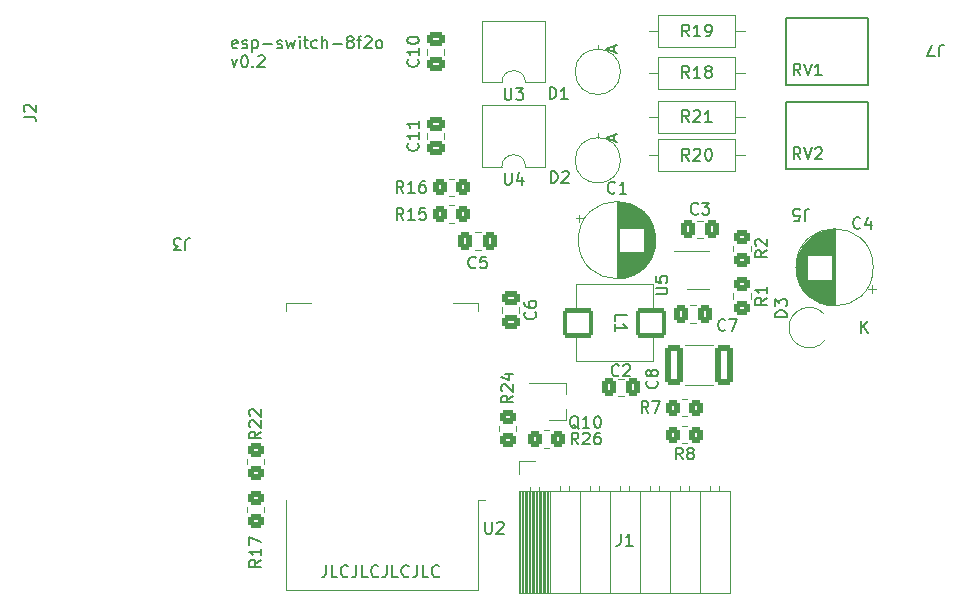
<source format=gto>
G04 #@! TF.GenerationSoftware,KiCad,Pcbnew,7.0.6*
G04 #@! TF.CreationDate,2023-08-17T21:06:19+02:00*
G04 #@! TF.ProjectId,esp-switch,6573702d-7377-4697-9463-682e6b696361,rev?*
G04 #@! TF.SameCoordinates,Original*
G04 #@! TF.FileFunction,Legend,Top*
G04 #@! TF.FilePolarity,Positive*
%FSLAX46Y46*%
G04 Gerber Fmt 4.6, Leading zero omitted, Abs format (unit mm)*
G04 Created by KiCad (PCBNEW 7.0.6) date 2023-08-17 21:06:19*
%MOMM*%
%LPD*%
G01*
G04 APERTURE LIST*
G04 Aperture macros list*
%AMRoundRect*
0 Rectangle with rounded corners*
0 $1 Rounding radius*
0 $2 $3 $4 $5 $6 $7 $8 $9 X,Y pos of 4 corners*
0 Add a 4 corners polygon primitive as box body*
4,1,4,$2,$3,$4,$5,$6,$7,$8,$9,$2,$3,0*
0 Add four circle primitives for the rounded corners*
1,1,$1+$1,$2,$3*
1,1,$1+$1,$4,$5*
1,1,$1+$1,$6,$7*
1,1,$1+$1,$8,$9*
0 Add four rect primitives between the rounded corners*
20,1,$1+$1,$2,$3,$4,$5,0*
20,1,$1+$1,$4,$5,$6,$7,0*
20,1,$1+$1,$6,$7,$8,$9,0*
20,1,$1+$1,$8,$9,$2,$3,0*%
G04 Aperture macros list end*
%ADD10C,0.150000*%
%ADD11C,0.120000*%
%ADD12R,1.600000X1.600000*%
%ADD13C,1.600000*%
%ADD14O,1.600000X1.600000*%
%ADD15C,1.800000*%
%ADD16RoundRect,0.250000X0.475000X-0.337500X0.475000X0.337500X-0.475000X0.337500X-0.475000X-0.337500X0*%
%ADD17RoundRect,0.250000X-0.337500X-0.475000X0.337500X-0.475000X0.337500X0.475000X-0.337500X0.475000X0*%
%ADD18RoundRect,0.250000X0.350000X0.450000X-0.350000X0.450000X-0.350000X-0.450000X0.350000X-0.450000X0*%
%ADD19R,2.400000X2.400000*%
%ADD20O,2.400000X2.400000*%
%ADD21RoundRect,0.250000X0.537500X1.450000X-0.537500X1.450000X-0.537500X-1.450000X0.537500X-1.450000X0*%
%ADD22RoundRect,0.250000X0.450000X-0.350000X0.450000X0.350000X-0.450000X0.350000X-0.450000X-0.350000X0*%
%ADD23RoundRect,0.250000X0.337500X0.475000X-0.337500X0.475000X-0.337500X-0.475000X0.337500X-0.475000X0*%
%ADD24RoundRect,0.200000X-1.100000X1.050000X-1.100000X-1.050000X1.100000X-1.050000X1.100000X1.050000X0*%
%ADD25R,1.700000X1.700000*%
%ADD26O,1.700000X1.700000*%
%ADD27R,2.200000X2.200000*%
%ADD28O,2.200000X2.200000*%
%ADD29R,1.900000X0.800000*%
%ADD30RoundRect,0.250000X-0.450000X0.350000X-0.450000X-0.350000X0.450000X-0.350000X0.450000X0.350000X0*%
%ADD31R,1.560000X0.650000*%
%ADD32RoundRect,0.250000X-0.350000X-0.450000X0.350000X-0.450000X0.350000X0.450000X-0.350000X0.450000X0*%
%ADD33R,2.500000X1.000000*%
%ADD34R,1.000000X1.800000*%
G04 APERTURE END LIST*
D10*
X22307731Y-3292200D02*
X22212493Y-3339819D01*
X22212493Y-3339819D02*
X22022017Y-3339819D01*
X22022017Y-3339819D02*
X21926779Y-3292200D01*
X21926779Y-3292200D02*
X21879160Y-3196961D01*
X21879160Y-3196961D02*
X21879160Y-2816009D01*
X21879160Y-2816009D02*
X21926779Y-2720771D01*
X21926779Y-2720771D02*
X22022017Y-2673152D01*
X22022017Y-2673152D02*
X22212493Y-2673152D01*
X22212493Y-2673152D02*
X22307731Y-2720771D01*
X22307731Y-2720771D02*
X22355350Y-2816009D01*
X22355350Y-2816009D02*
X22355350Y-2911247D01*
X22355350Y-2911247D02*
X21879160Y-3006485D01*
X22736303Y-3292200D02*
X22831541Y-3339819D01*
X22831541Y-3339819D02*
X23022017Y-3339819D01*
X23022017Y-3339819D02*
X23117255Y-3292200D01*
X23117255Y-3292200D02*
X23164874Y-3196961D01*
X23164874Y-3196961D02*
X23164874Y-3149342D01*
X23164874Y-3149342D02*
X23117255Y-3054104D01*
X23117255Y-3054104D02*
X23022017Y-3006485D01*
X23022017Y-3006485D02*
X22879160Y-3006485D01*
X22879160Y-3006485D02*
X22783922Y-2958866D01*
X22783922Y-2958866D02*
X22736303Y-2863628D01*
X22736303Y-2863628D02*
X22736303Y-2816009D01*
X22736303Y-2816009D02*
X22783922Y-2720771D01*
X22783922Y-2720771D02*
X22879160Y-2673152D01*
X22879160Y-2673152D02*
X23022017Y-2673152D01*
X23022017Y-2673152D02*
X23117255Y-2720771D01*
X23593446Y-2673152D02*
X23593446Y-3673152D01*
X23593446Y-2720771D02*
X23688684Y-2673152D01*
X23688684Y-2673152D02*
X23879160Y-2673152D01*
X23879160Y-2673152D02*
X23974398Y-2720771D01*
X23974398Y-2720771D02*
X24022017Y-2768390D01*
X24022017Y-2768390D02*
X24069636Y-2863628D01*
X24069636Y-2863628D02*
X24069636Y-3149342D01*
X24069636Y-3149342D02*
X24022017Y-3244580D01*
X24022017Y-3244580D02*
X23974398Y-3292200D01*
X23974398Y-3292200D02*
X23879160Y-3339819D01*
X23879160Y-3339819D02*
X23688684Y-3339819D01*
X23688684Y-3339819D02*
X23593446Y-3292200D01*
X24498208Y-2958866D02*
X25260113Y-2958866D01*
X25688684Y-3292200D02*
X25783922Y-3339819D01*
X25783922Y-3339819D02*
X25974398Y-3339819D01*
X25974398Y-3339819D02*
X26069636Y-3292200D01*
X26069636Y-3292200D02*
X26117255Y-3196961D01*
X26117255Y-3196961D02*
X26117255Y-3149342D01*
X26117255Y-3149342D02*
X26069636Y-3054104D01*
X26069636Y-3054104D02*
X25974398Y-3006485D01*
X25974398Y-3006485D02*
X25831541Y-3006485D01*
X25831541Y-3006485D02*
X25736303Y-2958866D01*
X25736303Y-2958866D02*
X25688684Y-2863628D01*
X25688684Y-2863628D02*
X25688684Y-2816009D01*
X25688684Y-2816009D02*
X25736303Y-2720771D01*
X25736303Y-2720771D02*
X25831541Y-2673152D01*
X25831541Y-2673152D02*
X25974398Y-2673152D01*
X25974398Y-2673152D02*
X26069636Y-2720771D01*
X26450589Y-2673152D02*
X26641065Y-3339819D01*
X26641065Y-3339819D02*
X26831541Y-2863628D01*
X26831541Y-2863628D02*
X27022017Y-3339819D01*
X27022017Y-3339819D02*
X27212493Y-2673152D01*
X27593446Y-3339819D02*
X27593446Y-2673152D01*
X27593446Y-2339819D02*
X27545827Y-2387438D01*
X27545827Y-2387438D02*
X27593446Y-2435057D01*
X27593446Y-2435057D02*
X27641065Y-2387438D01*
X27641065Y-2387438D02*
X27593446Y-2339819D01*
X27593446Y-2339819D02*
X27593446Y-2435057D01*
X27926779Y-2673152D02*
X28307731Y-2673152D01*
X28069636Y-2339819D02*
X28069636Y-3196961D01*
X28069636Y-3196961D02*
X28117255Y-3292200D01*
X28117255Y-3292200D02*
X28212493Y-3339819D01*
X28212493Y-3339819D02*
X28307731Y-3339819D01*
X29069636Y-3292200D02*
X28974398Y-3339819D01*
X28974398Y-3339819D02*
X28783922Y-3339819D01*
X28783922Y-3339819D02*
X28688684Y-3292200D01*
X28688684Y-3292200D02*
X28641065Y-3244580D01*
X28641065Y-3244580D02*
X28593446Y-3149342D01*
X28593446Y-3149342D02*
X28593446Y-2863628D01*
X28593446Y-2863628D02*
X28641065Y-2768390D01*
X28641065Y-2768390D02*
X28688684Y-2720771D01*
X28688684Y-2720771D02*
X28783922Y-2673152D01*
X28783922Y-2673152D02*
X28974398Y-2673152D01*
X28974398Y-2673152D02*
X29069636Y-2720771D01*
X29498208Y-3339819D02*
X29498208Y-2339819D01*
X29926779Y-3339819D02*
X29926779Y-2816009D01*
X29926779Y-2816009D02*
X29879160Y-2720771D01*
X29879160Y-2720771D02*
X29783922Y-2673152D01*
X29783922Y-2673152D02*
X29641065Y-2673152D01*
X29641065Y-2673152D02*
X29545827Y-2720771D01*
X29545827Y-2720771D02*
X29498208Y-2768390D01*
X30402970Y-2958866D02*
X31164875Y-2958866D01*
X31783922Y-2768390D02*
X31688684Y-2720771D01*
X31688684Y-2720771D02*
X31641065Y-2673152D01*
X31641065Y-2673152D02*
X31593446Y-2577914D01*
X31593446Y-2577914D02*
X31593446Y-2530295D01*
X31593446Y-2530295D02*
X31641065Y-2435057D01*
X31641065Y-2435057D02*
X31688684Y-2387438D01*
X31688684Y-2387438D02*
X31783922Y-2339819D01*
X31783922Y-2339819D02*
X31974398Y-2339819D01*
X31974398Y-2339819D02*
X32069636Y-2387438D01*
X32069636Y-2387438D02*
X32117255Y-2435057D01*
X32117255Y-2435057D02*
X32164874Y-2530295D01*
X32164874Y-2530295D02*
X32164874Y-2577914D01*
X32164874Y-2577914D02*
X32117255Y-2673152D01*
X32117255Y-2673152D02*
X32069636Y-2720771D01*
X32069636Y-2720771D02*
X31974398Y-2768390D01*
X31974398Y-2768390D02*
X31783922Y-2768390D01*
X31783922Y-2768390D02*
X31688684Y-2816009D01*
X31688684Y-2816009D02*
X31641065Y-2863628D01*
X31641065Y-2863628D02*
X31593446Y-2958866D01*
X31593446Y-2958866D02*
X31593446Y-3149342D01*
X31593446Y-3149342D02*
X31641065Y-3244580D01*
X31641065Y-3244580D02*
X31688684Y-3292200D01*
X31688684Y-3292200D02*
X31783922Y-3339819D01*
X31783922Y-3339819D02*
X31974398Y-3339819D01*
X31974398Y-3339819D02*
X32069636Y-3292200D01*
X32069636Y-3292200D02*
X32117255Y-3244580D01*
X32117255Y-3244580D02*
X32164874Y-3149342D01*
X32164874Y-3149342D02*
X32164874Y-2958866D01*
X32164874Y-2958866D02*
X32117255Y-2863628D01*
X32117255Y-2863628D02*
X32069636Y-2816009D01*
X32069636Y-2816009D02*
X31974398Y-2768390D01*
X32450589Y-2673152D02*
X32831541Y-2673152D01*
X32593446Y-3339819D02*
X32593446Y-2482676D01*
X32593446Y-2482676D02*
X32641065Y-2387438D01*
X32641065Y-2387438D02*
X32736303Y-2339819D01*
X32736303Y-2339819D02*
X32831541Y-2339819D01*
X33117256Y-2435057D02*
X33164875Y-2387438D01*
X33164875Y-2387438D02*
X33260113Y-2339819D01*
X33260113Y-2339819D02*
X33498208Y-2339819D01*
X33498208Y-2339819D02*
X33593446Y-2387438D01*
X33593446Y-2387438D02*
X33641065Y-2435057D01*
X33641065Y-2435057D02*
X33688684Y-2530295D01*
X33688684Y-2530295D02*
X33688684Y-2625533D01*
X33688684Y-2625533D02*
X33641065Y-2768390D01*
X33641065Y-2768390D02*
X33069637Y-3339819D01*
X33069637Y-3339819D02*
X33688684Y-3339819D01*
X34260113Y-3339819D02*
X34164875Y-3292200D01*
X34164875Y-3292200D02*
X34117256Y-3244580D01*
X34117256Y-3244580D02*
X34069637Y-3149342D01*
X34069637Y-3149342D02*
X34069637Y-2863628D01*
X34069637Y-2863628D02*
X34117256Y-2768390D01*
X34117256Y-2768390D02*
X34164875Y-2720771D01*
X34164875Y-2720771D02*
X34260113Y-2673152D01*
X34260113Y-2673152D02*
X34402970Y-2673152D01*
X34402970Y-2673152D02*
X34498208Y-2720771D01*
X34498208Y-2720771D02*
X34545827Y-2768390D01*
X34545827Y-2768390D02*
X34593446Y-2863628D01*
X34593446Y-2863628D02*
X34593446Y-3149342D01*
X34593446Y-3149342D02*
X34545827Y-3244580D01*
X34545827Y-3244580D02*
X34498208Y-3292200D01*
X34498208Y-3292200D02*
X34402970Y-3339819D01*
X34402970Y-3339819D02*
X34260113Y-3339819D01*
X21831541Y-4283152D02*
X22069636Y-4949819D01*
X22069636Y-4949819D02*
X22307731Y-4283152D01*
X22879160Y-3949819D02*
X22974398Y-3949819D01*
X22974398Y-3949819D02*
X23069636Y-3997438D01*
X23069636Y-3997438D02*
X23117255Y-4045057D01*
X23117255Y-4045057D02*
X23164874Y-4140295D01*
X23164874Y-4140295D02*
X23212493Y-4330771D01*
X23212493Y-4330771D02*
X23212493Y-4568866D01*
X23212493Y-4568866D02*
X23164874Y-4759342D01*
X23164874Y-4759342D02*
X23117255Y-4854580D01*
X23117255Y-4854580D02*
X23069636Y-4902200D01*
X23069636Y-4902200D02*
X22974398Y-4949819D01*
X22974398Y-4949819D02*
X22879160Y-4949819D01*
X22879160Y-4949819D02*
X22783922Y-4902200D01*
X22783922Y-4902200D02*
X22736303Y-4854580D01*
X22736303Y-4854580D02*
X22688684Y-4759342D01*
X22688684Y-4759342D02*
X22641065Y-4568866D01*
X22641065Y-4568866D02*
X22641065Y-4330771D01*
X22641065Y-4330771D02*
X22688684Y-4140295D01*
X22688684Y-4140295D02*
X22736303Y-4045057D01*
X22736303Y-4045057D02*
X22783922Y-3997438D01*
X22783922Y-3997438D02*
X22879160Y-3949819D01*
X23641065Y-4854580D02*
X23688684Y-4902200D01*
X23688684Y-4902200D02*
X23641065Y-4949819D01*
X23641065Y-4949819D02*
X23593446Y-4902200D01*
X23593446Y-4902200D02*
X23641065Y-4854580D01*
X23641065Y-4854580D02*
X23641065Y-4949819D01*
X24069636Y-4045057D02*
X24117255Y-3997438D01*
X24117255Y-3997438D02*
X24212493Y-3949819D01*
X24212493Y-3949819D02*
X24450588Y-3949819D01*
X24450588Y-3949819D02*
X24545826Y-3997438D01*
X24545826Y-3997438D02*
X24593445Y-4045057D01*
X24593445Y-4045057D02*
X24641064Y-4140295D01*
X24641064Y-4140295D02*
X24641064Y-4235533D01*
X24641064Y-4235533D02*
X24593445Y-4378390D01*
X24593445Y-4378390D02*
X24022017Y-4949819D01*
X24022017Y-4949819D02*
X24641064Y-4949819D01*
X29832493Y-47129819D02*
X29832493Y-47844104D01*
X29832493Y-47844104D02*
X29784874Y-47986961D01*
X29784874Y-47986961D02*
X29689636Y-48082200D01*
X29689636Y-48082200D02*
X29546779Y-48129819D01*
X29546779Y-48129819D02*
X29451541Y-48129819D01*
X30784874Y-48129819D02*
X30308684Y-48129819D01*
X30308684Y-48129819D02*
X30308684Y-47129819D01*
X31689636Y-48034580D02*
X31642017Y-48082200D01*
X31642017Y-48082200D02*
X31499160Y-48129819D01*
X31499160Y-48129819D02*
X31403922Y-48129819D01*
X31403922Y-48129819D02*
X31261065Y-48082200D01*
X31261065Y-48082200D02*
X31165827Y-47986961D01*
X31165827Y-47986961D02*
X31118208Y-47891723D01*
X31118208Y-47891723D02*
X31070589Y-47701247D01*
X31070589Y-47701247D02*
X31070589Y-47558390D01*
X31070589Y-47558390D02*
X31118208Y-47367914D01*
X31118208Y-47367914D02*
X31165827Y-47272676D01*
X31165827Y-47272676D02*
X31261065Y-47177438D01*
X31261065Y-47177438D02*
X31403922Y-47129819D01*
X31403922Y-47129819D02*
X31499160Y-47129819D01*
X31499160Y-47129819D02*
X31642017Y-47177438D01*
X31642017Y-47177438D02*
X31689636Y-47225057D01*
X32403922Y-47129819D02*
X32403922Y-47844104D01*
X32403922Y-47844104D02*
X32356303Y-47986961D01*
X32356303Y-47986961D02*
X32261065Y-48082200D01*
X32261065Y-48082200D02*
X32118208Y-48129819D01*
X32118208Y-48129819D02*
X32022970Y-48129819D01*
X33356303Y-48129819D02*
X32880113Y-48129819D01*
X32880113Y-48129819D02*
X32880113Y-47129819D01*
X34261065Y-48034580D02*
X34213446Y-48082200D01*
X34213446Y-48082200D02*
X34070589Y-48129819D01*
X34070589Y-48129819D02*
X33975351Y-48129819D01*
X33975351Y-48129819D02*
X33832494Y-48082200D01*
X33832494Y-48082200D02*
X33737256Y-47986961D01*
X33737256Y-47986961D02*
X33689637Y-47891723D01*
X33689637Y-47891723D02*
X33642018Y-47701247D01*
X33642018Y-47701247D02*
X33642018Y-47558390D01*
X33642018Y-47558390D02*
X33689637Y-47367914D01*
X33689637Y-47367914D02*
X33737256Y-47272676D01*
X33737256Y-47272676D02*
X33832494Y-47177438D01*
X33832494Y-47177438D02*
X33975351Y-47129819D01*
X33975351Y-47129819D02*
X34070589Y-47129819D01*
X34070589Y-47129819D02*
X34213446Y-47177438D01*
X34213446Y-47177438D02*
X34261065Y-47225057D01*
X34975351Y-47129819D02*
X34975351Y-47844104D01*
X34975351Y-47844104D02*
X34927732Y-47986961D01*
X34927732Y-47986961D02*
X34832494Y-48082200D01*
X34832494Y-48082200D02*
X34689637Y-48129819D01*
X34689637Y-48129819D02*
X34594399Y-48129819D01*
X35927732Y-48129819D02*
X35451542Y-48129819D01*
X35451542Y-48129819D02*
X35451542Y-47129819D01*
X36832494Y-48034580D02*
X36784875Y-48082200D01*
X36784875Y-48082200D02*
X36642018Y-48129819D01*
X36642018Y-48129819D02*
X36546780Y-48129819D01*
X36546780Y-48129819D02*
X36403923Y-48082200D01*
X36403923Y-48082200D02*
X36308685Y-47986961D01*
X36308685Y-47986961D02*
X36261066Y-47891723D01*
X36261066Y-47891723D02*
X36213447Y-47701247D01*
X36213447Y-47701247D02*
X36213447Y-47558390D01*
X36213447Y-47558390D02*
X36261066Y-47367914D01*
X36261066Y-47367914D02*
X36308685Y-47272676D01*
X36308685Y-47272676D02*
X36403923Y-47177438D01*
X36403923Y-47177438D02*
X36546780Y-47129819D01*
X36546780Y-47129819D02*
X36642018Y-47129819D01*
X36642018Y-47129819D02*
X36784875Y-47177438D01*
X36784875Y-47177438D02*
X36832494Y-47225057D01*
X37546780Y-47129819D02*
X37546780Y-47844104D01*
X37546780Y-47844104D02*
X37499161Y-47986961D01*
X37499161Y-47986961D02*
X37403923Y-48082200D01*
X37403923Y-48082200D02*
X37261066Y-48129819D01*
X37261066Y-48129819D02*
X37165828Y-48129819D01*
X38499161Y-48129819D02*
X38022971Y-48129819D01*
X38022971Y-48129819D02*
X38022971Y-47129819D01*
X39403923Y-48034580D02*
X39356304Y-48082200D01*
X39356304Y-48082200D02*
X39213447Y-48129819D01*
X39213447Y-48129819D02*
X39118209Y-48129819D01*
X39118209Y-48129819D02*
X38975352Y-48082200D01*
X38975352Y-48082200D02*
X38880114Y-47986961D01*
X38880114Y-47986961D02*
X38832495Y-47891723D01*
X38832495Y-47891723D02*
X38784876Y-47701247D01*
X38784876Y-47701247D02*
X38784876Y-47558390D01*
X38784876Y-47558390D02*
X38832495Y-47367914D01*
X38832495Y-47367914D02*
X38880114Y-47272676D01*
X38880114Y-47272676D02*
X38975352Y-47177438D01*
X38975352Y-47177438D02*
X39118209Y-47129819D01*
X39118209Y-47129819D02*
X39213447Y-47129819D01*
X39213447Y-47129819D02*
X39356304Y-47177438D01*
X39356304Y-47177438D02*
X39403923Y-47225057D01*
X75078333Y-18556180D02*
X75030714Y-18603800D01*
X75030714Y-18603800D02*
X74887857Y-18651419D01*
X74887857Y-18651419D02*
X74792619Y-18651419D01*
X74792619Y-18651419D02*
X74649762Y-18603800D01*
X74649762Y-18603800D02*
X74554524Y-18508561D01*
X74554524Y-18508561D02*
X74506905Y-18413323D01*
X74506905Y-18413323D02*
X74459286Y-18222847D01*
X74459286Y-18222847D02*
X74459286Y-18079990D01*
X74459286Y-18079990D02*
X74506905Y-17889514D01*
X74506905Y-17889514D02*
X74554524Y-17794276D01*
X74554524Y-17794276D02*
X74649762Y-17699038D01*
X74649762Y-17699038D02*
X74792619Y-17651419D01*
X74792619Y-17651419D02*
X74887857Y-17651419D01*
X74887857Y-17651419D02*
X75030714Y-17699038D01*
X75030714Y-17699038D02*
X75078333Y-17746657D01*
X75935476Y-17984752D02*
X75935476Y-18651419D01*
X75697381Y-17603800D02*
X75459286Y-18318085D01*
X75459286Y-18318085D02*
X76078333Y-18318085D01*
X60581342Y-12860219D02*
X60248009Y-12384028D01*
X60009914Y-12860219D02*
X60009914Y-11860219D01*
X60009914Y-11860219D02*
X60390866Y-11860219D01*
X60390866Y-11860219D02*
X60486104Y-11907838D01*
X60486104Y-11907838D02*
X60533723Y-11955457D01*
X60533723Y-11955457D02*
X60581342Y-12050695D01*
X60581342Y-12050695D02*
X60581342Y-12193552D01*
X60581342Y-12193552D02*
X60533723Y-12288790D01*
X60533723Y-12288790D02*
X60486104Y-12336409D01*
X60486104Y-12336409D02*
X60390866Y-12384028D01*
X60390866Y-12384028D02*
X60009914Y-12384028D01*
X60962295Y-11955457D02*
X61009914Y-11907838D01*
X61009914Y-11907838D02*
X61105152Y-11860219D01*
X61105152Y-11860219D02*
X61343247Y-11860219D01*
X61343247Y-11860219D02*
X61438485Y-11907838D01*
X61438485Y-11907838D02*
X61486104Y-11955457D01*
X61486104Y-11955457D02*
X61533723Y-12050695D01*
X61533723Y-12050695D02*
X61533723Y-12145933D01*
X61533723Y-12145933D02*
X61486104Y-12288790D01*
X61486104Y-12288790D02*
X60914676Y-12860219D01*
X60914676Y-12860219D02*
X61533723Y-12860219D01*
X62152771Y-11860219D02*
X62248009Y-11860219D01*
X62248009Y-11860219D02*
X62343247Y-11907838D01*
X62343247Y-11907838D02*
X62390866Y-11955457D01*
X62390866Y-11955457D02*
X62438485Y-12050695D01*
X62438485Y-12050695D02*
X62486104Y-12241171D01*
X62486104Y-12241171D02*
X62486104Y-12479266D01*
X62486104Y-12479266D02*
X62438485Y-12669742D01*
X62438485Y-12669742D02*
X62390866Y-12764980D01*
X62390866Y-12764980D02*
X62343247Y-12812600D01*
X62343247Y-12812600D02*
X62248009Y-12860219D01*
X62248009Y-12860219D02*
X62152771Y-12860219D01*
X62152771Y-12860219D02*
X62057533Y-12812600D01*
X62057533Y-12812600D02*
X62009914Y-12764980D01*
X62009914Y-12764980D02*
X61962295Y-12669742D01*
X61962295Y-12669742D02*
X61914676Y-12479266D01*
X61914676Y-12479266D02*
X61914676Y-12241171D01*
X61914676Y-12241171D02*
X61962295Y-12050695D01*
X61962295Y-12050695D02*
X62009914Y-11955457D01*
X62009914Y-11955457D02*
X62057533Y-11907838D01*
X62057533Y-11907838D02*
X62152771Y-11860219D01*
X81733333Y-4045180D02*
X81733333Y-3330895D01*
X81733333Y-3330895D02*
X81780952Y-3188038D01*
X81780952Y-3188038D02*
X81876190Y-3092800D01*
X81876190Y-3092800D02*
X82019047Y-3045180D01*
X82019047Y-3045180D02*
X82114285Y-3045180D01*
X81352380Y-4045180D02*
X80685714Y-4045180D01*
X80685714Y-4045180D02*
X81114285Y-3045180D01*
X37595980Y-11412457D02*
X37643600Y-11460076D01*
X37643600Y-11460076D02*
X37691219Y-11602933D01*
X37691219Y-11602933D02*
X37691219Y-11698171D01*
X37691219Y-11698171D02*
X37643600Y-11841028D01*
X37643600Y-11841028D02*
X37548361Y-11936266D01*
X37548361Y-11936266D02*
X37453123Y-11983885D01*
X37453123Y-11983885D02*
X37262647Y-12031504D01*
X37262647Y-12031504D02*
X37119790Y-12031504D01*
X37119790Y-12031504D02*
X36929314Y-11983885D01*
X36929314Y-11983885D02*
X36834076Y-11936266D01*
X36834076Y-11936266D02*
X36738838Y-11841028D01*
X36738838Y-11841028D02*
X36691219Y-11698171D01*
X36691219Y-11698171D02*
X36691219Y-11602933D01*
X36691219Y-11602933D02*
X36738838Y-11460076D01*
X36738838Y-11460076D02*
X36786457Y-11412457D01*
X37691219Y-10460076D02*
X37691219Y-11031504D01*
X37691219Y-10745790D02*
X36691219Y-10745790D01*
X36691219Y-10745790D02*
X36834076Y-10841028D01*
X36834076Y-10841028D02*
X36929314Y-10936266D01*
X36929314Y-10936266D02*
X36976933Y-11031504D01*
X37691219Y-9507695D02*
X37691219Y-10079123D01*
X37691219Y-9793409D02*
X36691219Y-9793409D01*
X36691219Y-9793409D02*
X36834076Y-9888647D01*
X36834076Y-9888647D02*
X36929314Y-9983885D01*
X36929314Y-9983885D02*
X36976933Y-10079123D01*
X54631333Y-31027580D02*
X54583714Y-31075200D01*
X54583714Y-31075200D02*
X54440857Y-31122819D01*
X54440857Y-31122819D02*
X54345619Y-31122819D01*
X54345619Y-31122819D02*
X54202762Y-31075200D01*
X54202762Y-31075200D02*
X54107524Y-30979961D01*
X54107524Y-30979961D02*
X54059905Y-30884723D01*
X54059905Y-30884723D02*
X54012286Y-30694247D01*
X54012286Y-30694247D02*
X54012286Y-30551390D01*
X54012286Y-30551390D02*
X54059905Y-30360914D01*
X54059905Y-30360914D02*
X54107524Y-30265676D01*
X54107524Y-30265676D02*
X54202762Y-30170438D01*
X54202762Y-30170438D02*
X54345619Y-30122819D01*
X54345619Y-30122819D02*
X54440857Y-30122819D01*
X54440857Y-30122819D02*
X54583714Y-30170438D01*
X54583714Y-30170438D02*
X54631333Y-30218057D01*
X55012286Y-30218057D02*
X55059905Y-30170438D01*
X55059905Y-30170438D02*
X55155143Y-30122819D01*
X55155143Y-30122819D02*
X55393238Y-30122819D01*
X55393238Y-30122819D02*
X55488476Y-30170438D01*
X55488476Y-30170438D02*
X55536095Y-30218057D01*
X55536095Y-30218057D02*
X55583714Y-30313295D01*
X55583714Y-30313295D02*
X55583714Y-30408533D01*
X55583714Y-30408533D02*
X55536095Y-30551390D01*
X55536095Y-30551390D02*
X54964667Y-31122819D01*
X54964667Y-31122819D02*
X55583714Y-31122819D01*
X44968295Y-13892219D02*
X44968295Y-14701742D01*
X44968295Y-14701742D02*
X45015914Y-14796980D01*
X45015914Y-14796980D02*
X45063533Y-14844600D01*
X45063533Y-14844600D02*
X45158771Y-14892219D01*
X45158771Y-14892219D02*
X45349247Y-14892219D01*
X45349247Y-14892219D02*
X45444485Y-14844600D01*
X45444485Y-14844600D02*
X45492104Y-14796980D01*
X45492104Y-14796980D02*
X45539723Y-14701742D01*
X45539723Y-14701742D02*
X45539723Y-13892219D01*
X46444485Y-14225552D02*
X46444485Y-14892219D01*
X46206390Y-13844600D02*
X45968295Y-14558885D01*
X45968295Y-14558885D02*
X46587342Y-14558885D01*
X37595980Y-4300457D02*
X37643600Y-4348076D01*
X37643600Y-4348076D02*
X37691219Y-4490933D01*
X37691219Y-4490933D02*
X37691219Y-4586171D01*
X37691219Y-4586171D02*
X37643600Y-4729028D01*
X37643600Y-4729028D02*
X37548361Y-4824266D01*
X37548361Y-4824266D02*
X37453123Y-4871885D01*
X37453123Y-4871885D02*
X37262647Y-4919504D01*
X37262647Y-4919504D02*
X37119790Y-4919504D01*
X37119790Y-4919504D02*
X36929314Y-4871885D01*
X36929314Y-4871885D02*
X36834076Y-4824266D01*
X36834076Y-4824266D02*
X36738838Y-4729028D01*
X36738838Y-4729028D02*
X36691219Y-4586171D01*
X36691219Y-4586171D02*
X36691219Y-4490933D01*
X36691219Y-4490933D02*
X36738838Y-4348076D01*
X36738838Y-4348076D02*
X36786457Y-4300457D01*
X37691219Y-3348076D02*
X37691219Y-3919504D01*
X37691219Y-3633790D02*
X36691219Y-3633790D01*
X36691219Y-3633790D02*
X36834076Y-3729028D01*
X36834076Y-3729028D02*
X36929314Y-3824266D01*
X36929314Y-3824266D02*
X36976933Y-3919504D01*
X36691219Y-2729028D02*
X36691219Y-2633790D01*
X36691219Y-2633790D02*
X36738838Y-2538552D01*
X36738838Y-2538552D02*
X36786457Y-2490933D01*
X36786457Y-2490933D02*
X36881695Y-2443314D01*
X36881695Y-2443314D02*
X37072171Y-2395695D01*
X37072171Y-2395695D02*
X37310266Y-2395695D01*
X37310266Y-2395695D02*
X37500742Y-2443314D01*
X37500742Y-2443314D02*
X37595980Y-2490933D01*
X37595980Y-2490933D02*
X37643600Y-2538552D01*
X37643600Y-2538552D02*
X37691219Y-2633790D01*
X37691219Y-2633790D02*
X37691219Y-2729028D01*
X37691219Y-2729028D02*
X37643600Y-2824266D01*
X37643600Y-2824266D02*
X37595980Y-2871885D01*
X37595980Y-2871885D02*
X37500742Y-2919504D01*
X37500742Y-2919504D02*
X37310266Y-2967123D01*
X37310266Y-2967123D02*
X37072171Y-2967123D01*
X37072171Y-2967123D02*
X36881695Y-2919504D01*
X36881695Y-2919504D02*
X36786457Y-2871885D01*
X36786457Y-2871885D02*
X36738838Y-2824266D01*
X36738838Y-2824266D02*
X36691219Y-2729028D01*
X36390342Y-17876019D02*
X36057009Y-17399828D01*
X35818914Y-17876019D02*
X35818914Y-16876019D01*
X35818914Y-16876019D02*
X36199866Y-16876019D01*
X36199866Y-16876019D02*
X36295104Y-16923638D01*
X36295104Y-16923638D02*
X36342723Y-16971257D01*
X36342723Y-16971257D02*
X36390342Y-17066495D01*
X36390342Y-17066495D02*
X36390342Y-17209352D01*
X36390342Y-17209352D02*
X36342723Y-17304590D01*
X36342723Y-17304590D02*
X36295104Y-17352209D01*
X36295104Y-17352209D02*
X36199866Y-17399828D01*
X36199866Y-17399828D02*
X35818914Y-17399828D01*
X37342723Y-17876019D02*
X36771295Y-17876019D01*
X37057009Y-17876019D02*
X37057009Y-16876019D01*
X37057009Y-16876019D02*
X36961771Y-17018876D01*
X36961771Y-17018876D02*
X36866533Y-17114114D01*
X36866533Y-17114114D02*
X36771295Y-17161733D01*
X38247485Y-16876019D02*
X37771295Y-16876019D01*
X37771295Y-16876019D02*
X37723676Y-17352209D01*
X37723676Y-17352209D02*
X37771295Y-17304590D01*
X37771295Y-17304590D02*
X37866533Y-17256971D01*
X37866533Y-17256971D02*
X38104628Y-17256971D01*
X38104628Y-17256971D02*
X38199866Y-17304590D01*
X38199866Y-17304590D02*
X38247485Y-17352209D01*
X38247485Y-17352209D02*
X38295104Y-17447447D01*
X38295104Y-17447447D02*
X38295104Y-17685542D01*
X38295104Y-17685542D02*
X38247485Y-17780780D01*
X38247485Y-17780780D02*
X38199866Y-17828400D01*
X38199866Y-17828400D02*
X38104628Y-17876019D01*
X38104628Y-17876019D02*
X37866533Y-17876019D01*
X37866533Y-17876019D02*
X37771295Y-17828400D01*
X37771295Y-17828400D02*
X37723676Y-17780780D01*
X70004761Y-5654819D02*
X69671428Y-5178628D01*
X69433333Y-5654819D02*
X69433333Y-4654819D01*
X69433333Y-4654819D02*
X69814285Y-4654819D01*
X69814285Y-4654819D02*
X69909523Y-4702438D01*
X69909523Y-4702438D02*
X69957142Y-4750057D01*
X69957142Y-4750057D02*
X70004761Y-4845295D01*
X70004761Y-4845295D02*
X70004761Y-4988152D01*
X70004761Y-4988152D02*
X69957142Y-5083390D01*
X69957142Y-5083390D02*
X69909523Y-5131009D01*
X69909523Y-5131009D02*
X69814285Y-5178628D01*
X69814285Y-5178628D02*
X69433333Y-5178628D01*
X70290476Y-4654819D02*
X70623809Y-5654819D01*
X70623809Y-5654819D02*
X70957142Y-4654819D01*
X71814285Y-5654819D02*
X71242857Y-5654819D01*
X71528571Y-5654819D02*
X71528571Y-4654819D01*
X71528571Y-4654819D02*
X71433333Y-4797676D01*
X71433333Y-4797676D02*
X71338095Y-4892914D01*
X71338095Y-4892914D02*
X71242857Y-4940533D01*
X48861905Y-14754819D02*
X48861905Y-13754819D01*
X48861905Y-13754819D02*
X49100000Y-13754819D01*
X49100000Y-13754819D02*
X49242857Y-13802438D01*
X49242857Y-13802438D02*
X49338095Y-13897676D01*
X49338095Y-13897676D02*
X49385714Y-13992914D01*
X49385714Y-13992914D02*
X49433333Y-14183390D01*
X49433333Y-14183390D02*
X49433333Y-14326247D01*
X49433333Y-14326247D02*
X49385714Y-14516723D01*
X49385714Y-14516723D02*
X49338095Y-14611961D01*
X49338095Y-14611961D02*
X49242857Y-14707200D01*
X49242857Y-14707200D02*
X49100000Y-14754819D01*
X49100000Y-14754819D02*
X48861905Y-14754819D01*
X49814286Y-13850057D02*
X49861905Y-13802438D01*
X49861905Y-13802438D02*
X49957143Y-13754819D01*
X49957143Y-13754819D02*
X50195238Y-13754819D01*
X50195238Y-13754819D02*
X50290476Y-13802438D01*
X50290476Y-13802438D02*
X50338095Y-13850057D01*
X50338095Y-13850057D02*
X50385714Y-13945295D01*
X50385714Y-13945295D02*
X50385714Y-14040533D01*
X50385714Y-14040533D02*
X50338095Y-14183390D01*
X50338095Y-14183390D02*
X49766667Y-14754819D01*
X49766667Y-14754819D02*
X50385714Y-14754819D01*
X54211304Y-11170094D02*
X54211304Y-10693904D01*
X54497019Y-11265332D02*
X53497019Y-10931999D01*
X53497019Y-10931999D02*
X54497019Y-10598666D01*
X47527380Y-25693666D02*
X47575000Y-25741285D01*
X47575000Y-25741285D02*
X47622619Y-25884142D01*
X47622619Y-25884142D02*
X47622619Y-25979380D01*
X47622619Y-25979380D02*
X47575000Y-26122237D01*
X47575000Y-26122237D02*
X47479761Y-26217475D01*
X47479761Y-26217475D02*
X47384523Y-26265094D01*
X47384523Y-26265094D02*
X47194047Y-26312713D01*
X47194047Y-26312713D02*
X47051190Y-26312713D01*
X47051190Y-26312713D02*
X46860714Y-26265094D01*
X46860714Y-26265094D02*
X46765476Y-26217475D01*
X46765476Y-26217475D02*
X46670238Y-26122237D01*
X46670238Y-26122237D02*
X46622619Y-25979380D01*
X46622619Y-25979380D02*
X46622619Y-25884142D01*
X46622619Y-25884142D02*
X46670238Y-25741285D01*
X46670238Y-25741285D02*
X46717857Y-25693666D01*
X46622619Y-24836523D02*
X46622619Y-25026999D01*
X46622619Y-25026999D02*
X46670238Y-25122237D01*
X46670238Y-25122237D02*
X46717857Y-25169856D01*
X46717857Y-25169856D02*
X46860714Y-25265094D01*
X46860714Y-25265094D02*
X47051190Y-25312713D01*
X47051190Y-25312713D02*
X47432142Y-25312713D01*
X47432142Y-25312713D02*
X47527380Y-25265094D01*
X47527380Y-25265094D02*
X47575000Y-25217475D01*
X47575000Y-25217475D02*
X47622619Y-25122237D01*
X47622619Y-25122237D02*
X47622619Y-24931761D01*
X47622619Y-24931761D02*
X47575000Y-24836523D01*
X47575000Y-24836523D02*
X47527380Y-24788904D01*
X47527380Y-24788904D02*
X47432142Y-24741285D01*
X47432142Y-24741285D02*
X47194047Y-24741285D01*
X47194047Y-24741285D02*
X47098809Y-24788904D01*
X47098809Y-24788904D02*
X47051190Y-24836523D01*
X47051190Y-24836523D02*
X47003571Y-24931761D01*
X47003571Y-24931761D02*
X47003571Y-25122237D01*
X47003571Y-25122237D02*
X47051190Y-25217475D01*
X47051190Y-25217475D02*
X47098809Y-25265094D01*
X47098809Y-25265094D02*
X47194047Y-25312713D01*
X57828480Y-31520466D02*
X57876100Y-31568085D01*
X57876100Y-31568085D02*
X57923719Y-31710942D01*
X57923719Y-31710942D02*
X57923719Y-31806180D01*
X57923719Y-31806180D02*
X57876100Y-31949037D01*
X57876100Y-31949037D02*
X57780861Y-32044275D01*
X57780861Y-32044275D02*
X57685623Y-32091894D01*
X57685623Y-32091894D02*
X57495147Y-32139513D01*
X57495147Y-32139513D02*
X57352290Y-32139513D01*
X57352290Y-32139513D02*
X57161814Y-32091894D01*
X57161814Y-32091894D02*
X57066576Y-32044275D01*
X57066576Y-32044275D02*
X56971338Y-31949037D01*
X56971338Y-31949037D02*
X56923719Y-31806180D01*
X56923719Y-31806180D02*
X56923719Y-31710942D01*
X56923719Y-31710942D02*
X56971338Y-31568085D01*
X56971338Y-31568085D02*
X57018957Y-31520466D01*
X57352290Y-30949037D02*
X57304671Y-31044275D01*
X57304671Y-31044275D02*
X57257052Y-31091894D01*
X57257052Y-31091894D02*
X57161814Y-31139513D01*
X57161814Y-31139513D02*
X57114195Y-31139513D01*
X57114195Y-31139513D02*
X57018957Y-31091894D01*
X57018957Y-31091894D02*
X56971338Y-31044275D01*
X56971338Y-31044275D02*
X56923719Y-30949037D01*
X56923719Y-30949037D02*
X56923719Y-30758561D01*
X56923719Y-30758561D02*
X56971338Y-30663323D01*
X56971338Y-30663323D02*
X57018957Y-30615704D01*
X57018957Y-30615704D02*
X57114195Y-30568085D01*
X57114195Y-30568085D02*
X57161814Y-30568085D01*
X57161814Y-30568085D02*
X57257052Y-30615704D01*
X57257052Y-30615704D02*
X57304671Y-30663323D01*
X57304671Y-30663323D02*
X57352290Y-30758561D01*
X57352290Y-30758561D02*
X57352290Y-30949037D01*
X57352290Y-30949037D02*
X57399909Y-31044275D01*
X57399909Y-31044275D02*
X57447528Y-31091894D01*
X57447528Y-31091894D02*
X57542766Y-31139513D01*
X57542766Y-31139513D02*
X57733242Y-31139513D01*
X57733242Y-31139513D02*
X57828480Y-31091894D01*
X57828480Y-31091894D02*
X57876100Y-31044275D01*
X57876100Y-31044275D02*
X57923719Y-30949037D01*
X57923719Y-30949037D02*
X57923719Y-30758561D01*
X57923719Y-30758561D02*
X57876100Y-30663323D01*
X57876100Y-30663323D02*
X57828480Y-30615704D01*
X57828480Y-30615704D02*
X57733242Y-30568085D01*
X57733242Y-30568085D02*
X57542766Y-30568085D01*
X57542766Y-30568085D02*
X57447528Y-30615704D01*
X57447528Y-30615704D02*
X57399909Y-30663323D01*
X57399909Y-30663323D02*
X57352290Y-30758561D01*
X60581342Y-5875219D02*
X60248009Y-5399028D01*
X60009914Y-5875219D02*
X60009914Y-4875219D01*
X60009914Y-4875219D02*
X60390866Y-4875219D01*
X60390866Y-4875219D02*
X60486104Y-4922838D01*
X60486104Y-4922838D02*
X60533723Y-4970457D01*
X60533723Y-4970457D02*
X60581342Y-5065695D01*
X60581342Y-5065695D02*
X60581342Y-5208552D01*
X60581342Y-5208552D02*
X60533723Y-5303790D01*
X60533723Y-5303790D02*
X60486104Y-5351409D01*
X60486104Y-5351409D02*
X60390866Y-5399028D01*
X60390866Y-5399028D02*
X60009914Y-5399028D01*
X61533723Y-5875219D02*
X60962295Y-5875219D01*
X61248009Y-5875219D02*
X61248009Y-4875219D01*
X61248009Y-4875219D02*
X61152771Y-5018076D01*
X61152771Y-5018076D02*
X61057533Y-5113314D01*
X61057533Y-5113314D02*
X60962295Y-5160933D01*
X62105152Y-5303790D02*
X62009914Y-5256171D01*
X62009914Y-5256171D02*
X61962295Y-5208552D01*
X61962295Y-5208552D02*
X61914676Y-5113314D01*
X61914676Y-5113314D02*
X61914676Y-5065695D01*
X61914676Y-5065695D02*
X61962295Y-4970457D01*
X61962295Y-4970457D02*
X62009914Y-4922838D01*
X62009914Y-4922838D02*
X62105152Y-4875219D01*
X62105152Y-4875219D02*
X62295628Y-4875219D01*
X62295628Y-4875219D02*
X62390866Y-4922838D01*
X62390866Y-4922838D02*
X62438485Y-4970457D01*
X62438485Y-4970457D02*
X62486104Y-5065695D01*
X62486104Y-5065695D02*
X62486104Y-5113314D01*
X62486104Y-5113314D02*
X62438485Y-5208552D01*
X62438485Y-5208552D02*
X62390866Y-5256171D01*
X62390866Y-5256171D02*
X62295628Y-5303790D01*
X62295628Y-5303790D02*
X62105152Y-5303790D01*
X62105152Y-5303790D02*
X62009914Y-5351409D01*
X62009914Y-5351409D02*
X61962295Y-5399028D01*
X61962295Y-5399028D02*
X61914676Y-5494266D01*
X61914676Y-5494266D02*
X61914676Y-5684742D01*
X61914676Y-5684742D02*
X61962295Y-5779980D01*
X61962295Y-5779980D02*
X62009914Y-5827600D01*
X62009914Y-5827600D02*
X62105152Y-5875219D01*
X62105152Y-5875219D02*
X62295628Y-5875219D01*
X62295628Y-5875219D02*
X62390866Y-5827600D01*
X62390866Y-5827600D02*
X62438485Y-5779980D01*
X62438485Y-5779980D02*
X62486104Y-5684742D01*
X62486104Y-5684742D02*
X62486104Y-5494266D01*
X62486104Y-5494266D02*
X62438485Y-5399028D01*
X62438485Y-5399028D02*
X62390866Y-5351409D01*
X62390866Y-5351409D02*
X62295628Y-5303790D01*
X67165419Y-20471466D02*
X66689228Y-20804799D01*
X67165419Y-21042894D02*
X66165419Y-21042894D01*
X66165419Y-21042894D02*
X66165419Y-20661942D01*
X66165419Y-20661942D02*
X66213038Y-20566704D01*
X66213038Y-20566704D02*
X66260657Y-20519085D01*
X66260657Y-20519085D02*
X66355895Y-20471466D01*
X66355895Y-20471466D02*
X66498752Y-20471466D01*
X66498752Y-20471466D02*
X66593990Y-20519085D01*
X66593990Y-20519085D02*
X66641609Y-20566704D01*
X66641609Y-20566704D02*
X66689228Y-20661942D01*
X66689228Y-20661942D02*
X66689228Y-21042894D01*
X66260657Y-20090513D02*
X66213038Y-20042894D01*
X66213038Y-20042894D02*
X66165419Y-19947656D01*
X66165419Y-19947656D02*
X66165419Y-19709561D01*
X66165419Y-19709561D02*
X66213038Y-19614323D01*
X66213038Y-19614323D02*
X66260657Y-19566704D01*
X66260657Y-19566704D02*
X66355895Y-19519085D01*
X66355895Y-19519085D02*
X66451133Y-19519085D01*
X66451133Y-19519085D02*
X66593990Y-19566704D01*
X66593990Y-19566704D02*
X67165419Y-20138132D01*
X67165419Y-20138132D02*
X67165419Y-19519085D01*
X60581342Y-9609019D02*
X60248009Y-9132828D01*
X60009914Y-9609019D02*
X60009914Y-8609019D01*
X60009914Y-8609019D02*
X60390866Y-8609019D01*
X60390866Y-8609019D02*
X60486104Y-8656638D01*
X60486104Y-8656638D02*
X60533723Y-8704257D01*
X60533723Y-8704257D02*
X60581342Y-8799495D01*
X60581342Y-8799495D02*
X60581342Y-8942352D01*
X60581342Y-8942352D02*
X60533723Y-9037590D01*
X60533723Y-9037590D02*
X60486104Y-9085209D01*
X60486104Y-9085209D02*
X60390866Y-9132828D01*
X60390866Y-9132828D02*
X60009914Y-9132828D01*
X60962295Y-8704257D02*
X61009914Y-8656638D01*
X61009914Y-8656638D02*
X61105152Y-8609019D01*
X61105152Y-8609019D02*
X61343247Y-8609019D01*
X61343247Y-8609019D02*
X61438485Y-8656638D01*
X61438485Y-8656638D02*
X61486104Y-8704257D01*
X61486104Y-8704257D02*
X61533723Y-8799495D01*
X61533723Y-8799495D02*
X61533723Y-8894733D01*
X61533723Y-8894733D02*
X61486104Y-9037590D01*
X61486104Y-9037590D02*
X60914676Y-9609019D01*
X60914676Y-9609019D02*
X61533723Y-9609019D01*
X62486104Y-9609019D02*
X61914676Y-9609019D01*
X62200390Y-9609019D02*
X62200390Y-8609019D01*
X62200390Y-8609019D02*
X62105152Y-8751876D01*
X62105152Y-8751876D02*
X62009914Y-8847114D01*
X62009914Y-8847114D02*
X61914676Y-8894733D01*
X63648333Y-27192180D02*
X63600714Y-27239800D01*
X63600714Y-27239800D02*
X63457857Y-27287419D01*
X63457857Y-27287419D02*
X63362619Y-27287419D01*
X63362619Y-27287419D02*
X63219762Y-27239800D01*
X63219762Y-27239800D02*
X63124524Y-27144561D01*
X63124524Y-27144561D02*
X63076905Y-27049323D01*
X63076905Y-27049323D02*
X63029286Y-26858847D01*
X63029286Y-26858847D02*
X63029286Y-26715990D01*
X63029286Y-26715990D02*
X63076905Y-26525514D01*
X63076905Y-26525514D02*
X63124524Y-26430276D01*
X63124524Y-26430276D02*
X63219762Y-26335038D01*
X63219762Y-26335038D02*
X63362619Y-26287419D01*
X63362619Y-26287419D02*
X63457857Y-26287419D01*
X63457857Y-26287419D02*
X63600714Y-26335038D01*
X63600714Y-26335038D02*
X63648333Y-26382657D01*
X63981667Y-26287419D02*
X64648333Y-26287419D01*
X64648333Y-26287419D02*
X64219762Y-27287419D01*
X54284380Y-26437333D02*
X54284380Y-25961143D01*
X54284380Y-25961143D02*
X55284380Y-25961143D01*
X54284380Y-27294476D02*
X54284380Y-26723048D01*
X54284380Y-27008762D02*
X55284380Y-27008762D01*
X55284380Y-27008762D02*
X55141523Y-26913524D01*
X55141523Y-26913524D02*
X55046285Y-26818286D01*
X55046285Y-26818286D02*
X54998666Y-26723048D01*
X45666819Y-32773857D02*
X45190628Y-33107190D01*
X45666819Y-33345285D02*
X44666819Y-33345285D01*
X44666819Y-33345285D02*
X44666819Y-32964333D01*
X44666819Y-32964333D02*
X44714438Y-32869095D01*
X44714438Y-32869095D02*
X44762057Y-32821476D01*
X44762057Y-32821476D02*
X44857295Y-32773857D01*
X44857295Y-32773857D02*
X45000152Y-32773857D01*
X45000152Y-32773857D02*
X45095390Y-32821476D01*
X45095390Y-32821476D02*
X45143009Y-32869095D01*
X45143009Y-32869095D02*
X45190628Y-32964333D01*
X45190628Y-32964333D02*
X45190628Y-33345285D01*
X44762057Y-32392904D02*
X44714438Y-32345285D01*
X44714438Y-32345285D02*
X44666819Y-32250047D01*
X44666819Y-32250047D02*
X44666819Y-32011952D01*
X44666819Y-32011952D02*
X44714438Y-31916714D01*
X44714438Y-31916714D02*
X44762057Y-31869095D01*
X44762057Y-31869095D02*
X44857295Y-31821476D01*
X44857295Y-31821476D02*
X44952533Y-31821476D01*
X44952533Y-31821476D02*
X45095390Y-31869095D01*
X45095390Y-31869095D02*
X45666819Y-32440523D01*
X45666819Y-32440523D02*
X45666819Y-31821476D01*
X45000152Y-30964333D02*
X45666819Y-30964333D01*
X44619200Y-31202428D02*
X45333485Y-31440523D01*
X45333485Y-31440523D02*
X45333485Y-30821476D01*
X54784666Y-44463619D02*
X54784666Y-45177904D01*
X54784666Y-45177904D02*
X54737047Y-45320761D01*
X54737047Y-45320761D02*
X54641809Y-45416000D01*
X54641809Y-45416000D02*
X54498952Y-45463619D01*
X54498952Y-45463619D02*
X54403714Y-45463619D01*
X55784666Y-45463619D02*
X55213238Y-45463619D01*
X55498952Y-45463619D02*
X55498952Y-44463619D01*
X55498952Y-44463619D02*
X55403714Y-44606476D01*
X55403714Y-44606476D02*
X55308476Y-44701714D01*
X55308476Y-44701714D02*
X55213238Y-44749333D01*
X60031333Y-38172819D02*
X59698000Y-37696628D01*
X59459905Y-38172819D02*
X59459905Y-37172819D01*
X59459905Y-37172819D02*
X59840857Y-37172819D01*
X59840857Y-37172819D02*
X59936095Y-37220438D01*
X59936095Y-37220438D02*
X59983714Y-37268057D01*
X59983714Y-37268057D02*
X60031333Y-37363295D01*
X60031333Y-37363295D02*
X60031333Y-37506152D01*
X60031333Y-37506152D02*
X59983714Y-37601390D01*
X59983714Y-37601390D02*
X59936095Y-37649009D01*
X59936095Y-37649009D02*
X59840857Y-37696628D01*
X59840857Y-37696628D02*
X59459905Y-37696628D01*
X60602762Y-37601390D02*
X60507524Y-37553771D01*
X60507524Y-37553771D02*
X60459905Y-37506152D01*
X60459905Y-37506152D02*
X60412286Y-37410914D01*
X60412286Y-37410914D02*
X60412286Y-37363295D01*
X60412286Y-37363295D02*
X60459905Y-37268057D01*
X60459905Y-37268057D02*
X60507524Y-37220438D01*
X60507524Y-37220438D02*
X60602762Y-37172819D01*
X60602762Y-37172819D02*
X60793238Y-37172819D01*
X60793238Y-37172819D02*
X60888476Y-37220438D01*
X60888476Y-37220438D02*
X60936095Y-37268057D01*
X60936095Y-37268057D02*
X60983714Y-37363295D01*
X60983714Y-37363295D02*
X60983714Y-37410914D01*
X60983714Y-37410914D02*
X60936095Y-37506152D01*
X60936095Y-37506152D02*
X60888476Y-37553771D01*
X60888476Y-37553771D02*
X60793238Y-37601390D01*
X60793238Y-37601390D02*
X60602762Y-37601390D01*
X60602762Y-37601390D02*
X60507524Y-37649009D01*
X60507524Y-37649009D02*
X60459905Y-37696628D01*
X60459905Y-37696628D02*
X60412286Y-37791866D01*
X60412286Y-37791866D02*
X60412286Y-37982342D01*
X60412286Y-37982342D02*
X60459905Y-38077580D01*
X60459905Y-38077580D02*
X60507524Y-38125200D01*
X60507524Y-38125200D02*
X60602762Y-38172819D01*
X60602762Y-38172819D02*
X60793238Y-38172819D01*
X60793238Y-38172819D02*
X60888476Y-38125200D01*
X60888476Y-38125200D02*
X60936095Y-38077580D01*
X60936095Y-38077580D02*
X60983714Y-37982342D01*
X60983714Y-37982342D02*
X60983714Y-37791866D01*
X60983714Y-37791866D02*
X60936095Y-37696628D01*
X60936095Y-37696628D02*
X60888476Y-37649009D01*
X60888476Y-37649009D02*
X60793238Y-37601390D01*
X48761905Y-7654819D02*
X48761905Y-6654819D01*
X48761905Y-6654819D02*
X49000000Y-6654819D01*
X49000000Y-6654819D02*
X49142857Y-6702438D01*
X49142857Y-6702438D02*
X49238095Y-6797676D01*
X49238095Y-6797676D02*
X49285714Y-6892914D01*
X49285714Y-6892914D02*
X49333333Y-7083390D01*
X49333333Y-7083390D02*
X49333333Y-7226247D01*
X49333333Y-7226247D02*
X49285714Y-7416723D01*
X49285714Y-7416723D02*
X49238095Y-7511961D01*
X49238095Y-7511961D02*
X49142857Y-7607200D01*
X49142857Y-7607200D02*
X49000000Y-7654819D01*
X49000000Y-7654819D02*
X48761905Y-7654819D01*
X50285714Y-7654819D02*
X49714286Y-7654819D01*
X50000000Y-7654819D02*
X50000000Y-6654819D01*
X50000000Y-6654819D02*
X49904762Y-6797676D01*
X49904762Y-6797676D02*
X49809524Y-6892914D01*
X49809524Y-6892914D02*
X49714286Y-6940533D01*
X54211304Y-3677094D02*
X54211304Y-3200904D01*
X54497019Y-3772332D02*
X53497019Y-3438999D01*
X53497019Y-3438999D02*
X54497019Y-3105666D01*
X68841819Y-26122894D02*
X67841819Y-26122894D01*
X67841819Y-26122894D02*
X67841819Y-25884799D01*
X67841819Y-25884799D02*
X67889438Y-25741942D01*
X67889438Y-25741942D02*
X67984676Y-25646704D01*
X67984676Y-25646704D02*
X68079914Y-25599085D01*
X68079914Y-25599085D02*
X68270390Y-25551466D01*
X68270390Y-25551466D02*
X68413247Y-25551466D01*
X68413247Y-25551466D02*
X68603723Y-25599085D01*
X68603723Y-25599085D02*
X68698961Y-25646704D01*
X68698961Y-25646704D02*
X68794200Y-25741942D01*
X68794200Y-25741942D02*
X68841819Y-25884799D01*
X68841819Y-25884799D02*
X68841819Y-26122894D01*
X67841819Y-25218132D02*
X67841819Y-24599085D01*
X67841819Y-24599085D02*
X68222771Y-24932418D01*
X68222771Y-24932418D02*
X68222771Y-24789561D01*
X68222771Y-24789561D02*
X68270390Y-24694323D01*
X68270390Y-24694323D02*
X68318009Y-24646704D01*
X68318009Y-24646704D02*
X68413247Y-24599085D01*
X68413247Y-24599085D02*
X68651342Y-24599085D01*
X68651342Y-24599085D02*
X68746580Y-24646704D01*
X68746580Y-24646704D02*
X68794200Y-24694323D01*
X68794200Y-24694323D02*
X68841819Y-24789561D01*
X68841819Y-24789561D02*
X68841819Y-25075275D01*
X68841819Y-25075275D02*
X68794200Y-25170513D01*
X68794200Y-25170513D02*
X68746580Y-25218132D01*
X75122329Y-27465219D02*
X75122329Y-26465219D01*
X75693757Y-27465219D02*
X75265186Y-26893790D01*
X75693757Y-26465219D02*
X75122329Y-27036647D01*
X44958295Y-6707019D02*
X44958295Y-7516542D01*
X44958295Y-7516542D02*
X45005914Y-7611780D01*
X45005914Y-7611780D02*
X45053533Y-7659400D01*
X45053533Y-7659400D02*
X45148771Y-7707019D01*
X45148771Y-7707019D02*
X45339247Y-7707019D01*
X45339247Y-7707019D02*
X45434485Y-7659400D01*
X45434485Y-7659400D02*
X45482104Y-7611780D01*
X45482104Y-7611780D02*
X45529723Y-7516542D01*
X45529723Y-7516542D02*
X45529723Y-6707019D01*
X45910676Y-6707019D02*
X46529723Y-6707019D01*
X46529723Y-6707019D02*
X46196390Y-7087971D01*
X46196390Y-7087971D02*
X46339247Y-7087971D01*
X46339247Y-7087971D02*
X46434485Y-7135590D01*
X46434485Y-7135590D02*
X46482104Y-7183209D01*
X46482104Y-7183209D02*
X46529723Y-7278447D01*
X46529723Y-7278447D02*
X46529723Y-7516542D01*
X46529723Y-7516542D02*
X46482104Y-7611780D01*
X46482104Y-7611780D02*
X46434485Y-7659400D01*
X46434485Y-7659400D02*
X46339247Y-7707019D01*
X46339247Y-7707019D02*
X46053533Y-7707019D01*
X46053533Y-7707019D02*
X45958295Y-7659400D01*
X45958295Y-7659400D02*
X45910676Y-7611780D01*
X4255619Y-9147933D02*
X4969904Y-9147933D01*
X4969904Y-9147933D02*
X5112761Y-9195552D01*
X5112761Y-9195552D02*
X5208000Y-9290790D01*
X5208000Y-9290790D02*
X5255619Y-9433647D01*
X5255619Y-9433647D02*
X5255619Y-9528885D01*
X4350857Y-8719361D02*
X4303238Y-8671742D01*
X4303238Y-8671742D02*
X4255619Y-8576504D01*
X4255619Y-8576504D02*
X4255619Y-8338409D01*
X4255619Y-8338409D02*
X4303238Y-8243171D01*
X4303238Y-8243171D02*
X4350857Y-8195552D01*
X4350857Y-8195552D02*
X4446095Y-8147933D01*
X4446095Y-8147933D02*
X4541333Y-8147933D01*
X4541333Y-8147933D02*
X4684190Y-8195552D01*
X4684190Y-8195552D02*
X5255619Y-8766980D01*
X5255619Y-8766980D02*
X5255619Y-8147933D01*
X51231571Y-35581657D02*
X51136333Y-35534038D01*
X51136333Y-35534038D02*
X51041095Y-35438800D01*
X51041095Y-35438800D02*
X50898238Y-35295942D01*
X50898238Y-35295942D02*
X50803000Y-35248323D01*
X50803000Y-35248323D02*
X50707762Y-35248323D01*
X50755381Y-35486419D02*
X50660143Y-35438800D01*
X50660143Y-35438800D02*
X50564905Y-35343561D01*
X50564905Y-35343561D02*
X50517286Y-35153085D01*
X50517286Y-35153085D02*
X50517286Y-34819752D01*
X50517286Y-34819752D02*
X50564905Y-34629276D01*
X50564905Y-34629276D02*
X50660143Y-34534038D01*
X50660143Y-34534038D02*
X50755381Y-34486419D01*
X50755381Y-34486419D02*
X50945857Y-34486419D01*
X50945857Y-34486419D02*
X51041095Y-34534038D01*
X51041095Y-34534038D02*
X51136333Y-34629276D01*
X51136333Y-34629276D02*
X51183952Y-34819752D01*
X51183952Y-34819752D02*
X51183952Y-35153085D01*
X51183952Y-35153085D02*
X51136333Y-35343561D01*
X51136333Y-35343561D02*
X51041095Y-35438800D01*
X51041095Y-35438800D02*
X50945857Y-35486419D01*
X50945857Y-35486419D02*
X50755381Y-35486419D01*
X52136333Y-35486419D02*
X51564905Y-35486419D01*
X51850619Y-35486419D02*
X51850619Y-34486419D01*
X51850619Y-34486419D02*
X51755381Y-34629276D01*
X51755381Y-34629276D02*
X51660143Y-34724514D01*
X51660143Y-34724514D02*
X51564905Y-34772133D01*
X52755381Y-34486419D02*
X52850619Y-34486419D01*
X52850619Y-34486419D02*
X52945857Y-34534038D01*
X52945857Y-34534038D02*
X52993476Y-34581657D01*
X52993476Y-34581657D02*
X53041095Y-34676895D01*
X53041095Y-34676895D02*
X53088714Y-34867371D01*
X53088714Y-34867371D02*
X53088714Y-35105466D01*
X53088714Y-35105466D02*
X53041095Y-35295942D01*
X53041095Y-35295942D02*
X52993476Y-35391180D01*
X52993476Y-35391180D02*
X52945857Y-35438800D01*
X52945857Y-35438800D02*
X52850619Y-35486419D01*
X52850619Y-35486419D02*
X52755381Y-35486419D01*
X52755381Y-35486419D02*
X52660143Y-35438800D01*
X52660143Y-35438800D02*
X52612524Y-35391180D01*
X52612524Y-35391180D02*
X52564905Y-35295942D01*
X52564905Y-35295942D02*
X52517286Y-35105466D01*
X52517286Y-35105466D02*
X52517286Y-34867371D01*
X52517286Y-34867371D02*
X52564905Y-34676895D01*
X52564905Y-34676895D02*
X52612524Y-34581657D01*
X52612524Y-34581657D02*
X52660143Y-34534038D01*
X52660143Y-34534038D02*
X52755381Y-34486419D01*
X70004761Y-12754819D02*
X69671428Y-12278628D01*
X69433333Y-12754819D02*
X69433333Y-11754819D01*
X69433333Y-11754819D02*
X69814285Y-11754819D01*
X69814285Y-11754819D02*
X69909523Y-11802438D01*
X69909523Y-11802438D02*
X69957142Y-11850057D01*
X69957142Y-11850057D02*
X70004761Y-11945295D01*
X70004761Y-11945295D02*
X70004761Y-12088152D01*
X70004761Y-12088152D02*
X69957142Y-12183390D01*
X69957142Y-12183390D02*
X69909523Y-12231009D01*
X69909523Y-12231009D02*
X69814285Y-12278628D01*
X69814285Y-12278628D02*
X69433333Y-12278628D01*
X70290476Y-11754819D02*
X70623809Y-12754819D01*
X70623809Y-12754819D02*
X70957142Y-11754819D01*
X71242857Y-11850057D02*
X71290476Y-11802438D01*
X71290476Y-11802438D02*
X71385714Y-11754819D01*
X71385714Y-11754819D02*
X71623809Y-11754819D01*
X71623809Y-11754819D02*
X71719047Y-11802438D01*
X71719047Y-11802438D02*
X71766666Y-11850057D01*
X71766666Y-11850057D02*
X71814285Y-11945295D01*
X71814285Y-11945295D02*
X71814285Y-12040533D01*
X71814285Y-12040533D02*
X71766666Y-12183390D01*
X71766666Y-12183390D02*
X71195238Y-12754819D01*
X71195238Y-12754819D02*
X71814285Y-12754819D01*
X36390342Y-15593219D02*
X36057009Y-15117028D01*
X35818914Y-15593219D02*
X35818914Y-14593219D01*
X35818914Y-14593219D02*
X36199866Y-14593219D01*
X36199866Y-14593219D02*
X36295104Y-14640838D01*
X36295104Y-14640838D02*
X36342723Y-14688457D01*
X36342723Y-14688457D02*
X36390342Y-14783695D01*
X36390342Y-14783695D02*
X36390342Y-14926552D01*
X36390342Y-14926552D02*
X36342723Y-15021790D01*
X36342723Y-15021790D02*
X36295104Y-15069409D01*
X36295104Y-15069409D02*
X36199866Y-15117028D01*
X36199866Y-15117028D02*
X35818914Y-15117028D01*
X37342723Y-15593219D02*
X36771295Y-15593219D01*
X37057009Y-15593219D02*
X37057009Y-14593219D01*
X37057009Y-14593219D02*
X36961771Y-14736076D01*
X36961771Y-14736076D02*
X36866533Y-14831314D01*
X36866533Y-14831314D02*
X36771295Y-14878933D01*
X38199866Y-14593219D02*
X38009390Y-14593219D01*
X38009390Y-14593219D02*
X37914152Y-14640838D01*
X37914152Y-14640838D02*
X37866533Y-14688457D01*
X37866533Y-14688457D02*
X37771295Y-14831314D01*
X37771295Y-14831314D02*
X37723676Y-15021790D01*
X37723676Y-15021790D02*
X37723676Y-15402742D01*
X37723676Y-15402742D02*
X37771295Y-15497980D01*
X37771295Y-15497980D02*
X37818914Y-15545600D01*
X37818914Y-15545600D02*
X37914152Y-15593219D01*
X37914152Y-15593219D02*
X38104628Y-15593219D01*
X38104628Y-15593219D02*
X38199866Y-15545600D01*
X38199866Y-15545600D02*
X38247485Y-15497980D01*
X38247485Y-15497980D02*
X38295104Y-15402742D01*
X38295104Y-15402742D02*
X38295104Y-15164647D01*
X38295104Y-15164647D02*
X38247485Y-15069409D01*
X38247485Y-15069409D02*
X38199866Y-15021790D01*
X38199866Y-15021790D02*
X38104628Y-14974171D01*
X38104628Y-14974171D02*
X37914152Y-14974171D01*
X37914152Y-14974171D02*
X37818914Y-15021790D01*
X37818914Y-15021790D02*
X37771295Y-15069409D01*
X37771295Y-15069409D02*
X37723676Y-15164647D01*
X42514933Y-21897780D02*
X42467314Y-21945400D01*
X42467314Y-21945400D02*
X42324457Y-21993019D01*
X42324457Y-21993019D02*
X42229219Y-21993019D01*
X42229219Y-21993019D02*
X42086362Y-21945400D01*
X42086362Y-21945400D02*
X41991124Y-21850161D01*
X41991124Y-21850161D02*
X41943505Y-21754923D01*
X41943505Y-21754923D02*
X41895886Y-21564447D01*
X41895886Y-21564447D02*
X41895886Y-21421590D01*
X41895886Y-21421590D02*
X41943505Y-21231114D01*
X41943505Y-21231114D02*
X41991124Y-21135876D01*
X41991124Y-21135876D02*
X42086362Y-21040638D01*
X42086362Y-21040638D02*
X42229219Y-20993019D01*
X42229219Y-20993019D02*
X42324457Y-20993019D01*
X42324457Y-20993019D02*
X42467314Y-21040638D01*
X42467314Y-21040638D02*
X42514933Y-21088257D01*
X43419695Y-20993019D02*
X42943505Y-20993019D01*
X42943505Y-20993019D02*
X42895886Y-21469209D01*
X42895886Y-21469209D02*
X42943505Y-21421590D01*
X42943505Y-21421590D02*
X43038743Y-21373971D01*
X43038743Y-21373971D02*
X43276838Y-21373971D01*
X43276838Y-21373971D02*
X43372076Y-21421590D01*
X43372076Y-21421590D02*
X43419695Y-21469209D01*
X43419695Y-21469209D02*
X43467314Y-21564447D01*
X43467314Y-21564447D02*
X43467314Y-21802542D01*
X43467314Y-21802542D02*
X43419695Y-21897780D01*
X43419695Y-21897780D02*
X43372076Y-21945400D01*
X43372076Y-21945400D02*
X43276838Y-21993019D01*
X43276838Y-21993019D02*
X43038743Y-21993019D01*
X43038743Y-21993019D02*
X42943505Y-21945400D01*
X42943505Y-21945400D02*
X42895886Y-21897780D01*
X24330819Y-46667657D02*
X23854628Y-47000990D01*
X24330819Y-47239085D02*
X23330819Y-47239085D01*
X23330819Y-47239085D02*
X23330819Y-46858133D01*
X23330819Y-46858133D02*
X23378438Y-46762895D01*
X23378438Y-46762895D02*
X23426057Y-46715276D01*
X23426057Y-46715276D02*
X23521295Y-46667657D01*
X23521295Y-46667657D02*
X23664152Y-46667657D01*
X23664152Y-46667657D02*
X23759390Y-46715276D01*
X23759390Y-46715276D02*
X23807009Y-46762895D01*
X23807009Y-46762895D02*
X23854628Y-46858133D01*
X23854628Y-46858133D02*
X23854628Y-47239085D01*
X24330819Y-45715276D02*
X24330819Y-46286704D01*
X24330819Y-46000990D02*
X23330819Y-46000990D01*
X23330819Y-46000990D02*
X23473676Y-46096228D01*
X23473676Y-46096228D02*
X23568914Y-46191466D01*
X23568914Y-46191466D02*
X23616533Y-46286704D01*
X23330819Y-45381942D02*
X23330819Y-44715276D01*
X23330819Y-44715276D02*
X24330819Y-45143847D01*
X67165419Y-24484666D02*
X66689228Y-24817999D01*
X67165419Y-25056094D02*
X66165419Y-25056094D01*
X66165419Y-25056094D02*
X66165419Y-24675142D01*
X66165419Y-24675142D02*
X66213038Y-24579904D01*
X66213038Y-24579904D02*
X66260657Y-24532285D01*
X66260657Y-24532285D02*
X66355895Y-24484666D01*
X66355895Y-24484666D02*
X66498752Y-24484666D01*
X66498752Y-24484666D02*
X66593990Y-24532285D01*
X66593990Y-24532285D02*
X66641609Y-24579904D01*
X66641609Y-24579904D02*
X66689228Y-24675142D01*
X66689228Y-24675142D02*
X66689228Y-25056094D01*
X67165419Y-23532285D02*
X67165419Y-24103713D01*
X67165419Y-23817999D02*
X66165419Y-23817999D01*
X66165419Y-23817999D02*
X66308276Y-23913237D01*
X66308276Y-23913237D02*
X66403514Y-24008475D01*
X66403514Y-24008475D02*
X66451133Y-24103713D01*
X57732619Y-24190904D02*
X58542142Y-24190904D01*
X58542142Y-24190904D02*
X58637380Y-24143285D01*
X58637380Y-24143285D02*
X58685000Y-24095666D01*
X58685000Y-24095666D02*
X58732619Y-24000428D01*
X58732619Y-24000428D02*
X58732619Y-23809952D01*
X58732619Y-23809952D02*
X58685000Y-23714714D01*
X58685000Y-23714714D02*
X58637380Y-23667095D01*
X58637380Y-23667095D02*
X58542142Y-23619476D01*
X58542142Y-23619476D02*
X57732619Y-23619476D01*
X57732619Y-22667095D02*
X57732619Y-23143285D01*
X57732619Y-23143285D02*
X58208809Y-23190904D01*
X58208809Y-23190904D02*
X58161190Y-23143285D01*
X58161190Y-23143285D02*
X58113571Y-23048047D01*
X58113571Y-23048047D02*
X58113571Y-22809952D01*
X58113571Y-22809952D02*
X58161190Y-22714714D01*
X58161190Y-22714714D02*
X58208809Y-22667095D01*
X58208809Y-22667095D02*
X58304047Y-22619476D01*
X58304047Y-22619476D02*
X58542142Y-22619476D01*
X58542142Y-22619476D02*
X58637380Y-22667095D01*
X58637380Y-22667095D02*
X58685000Y-22714714D01*
X58685000Y-22714714D02*
X58732619Y-22809952D01*
X58732619Y-22809952D02*
X58732619Y-23048047D01*
X58732619Y-23048047D02*
X58685000Y-23143285D01*
X58685000Y-23143285D02*
X58637380Y-23190904D01*
X57135733Y-34236819D02*
X56802400Y-33760628D01*
X56564305Y-34236819D02*
X56564305Y-33236819D01*
X56564305Y-33236819D02*
X56945257Y-33236819D01*
X56945257Y-33236819D02*
X57040495Y-33284438D01*
X57040495Y-33284438D02*
X57088114Y-33332057D01*
X57088114Y-33332057D02*
X57135733Y-33427295D01*
X57135733Y-33427295D02*
X57135733Y-33570152D01*
X57135733Y-33570152D02*
X57088114Y-33665390D01*
X57088114Y-33665390D02*
X57040495Y-33713009D01*
X57040495Y-33713009D02*
X56945257Y-33760628D01*
X56945257Y-33760628D02*
X56564305Y-33760628D01*
X57469067Y-33236819D02*
X58135733Y-33236819D01*
X58135733Y-33236819D02*
X57707162Y-34236819D01*
X54300954Y-15559580D02*
X54253335Y-15607200D01*
X54253335Y-15607200D02*
X54110478Y-15654819D01*
X54110478Y-15654819D02*
X54015240Y-15654819D01*
X54015240Y-15654819D02*
X53872383Y-15607200D01*
X53872383Y-15607200D02*
X53777145Y-15511961D01*
X53777145Y-15511961D02*
X53729526Y-15416723D01*
X53729526Y-15416723D02*
X53681907Y-15226247D01*
X53681907Y-15226247D02*
X53681907Y-15083390D01*
X53681907Y-15083390D02*
X53729526Y-14892914D01*
X53729526Y-14892914D02*
X53777145Y-14797676D01*
X53777145Y-14797676D02*
X53872383Y-14702438D01*
X53872383Y-14702438D02*
X54015240Y-14654819D01*
X54015240Y-14654819D02*
X54110478Y-14654819D01*
X54110478Y-14654819D02*
X54253335Y-14702438D01*
X54253335Y-14702438D02*
X54300954Y-14750057D01*
X55253335Y-15654819D02*
X54681907Y-15654819D01*
X54967621Y-15654819D02*
X54967621Y-14654819D01*
X54967621Y-14654819D02*
X54872383Y-14797676D01*
X54872383Y-14797676D02*
X54777145Y-14892914D01*
X54777145Y-14892914D02*
X54681907Y-14940533D01*
X60581342Y-2344619D02*
X60248009Y-1868428D01*
X60009914Y-2344619D02*
X60009914Y-1344619D01*
X60009914Y-1344619D02*
X60390866Y-1344619D01*
X60390866Y-1344619D02*
X60486104Y-1392238D01*
X60486104Y-1392238D02*
X60533723Y-1439857D01*
X60533723Y-1439857D02*
X60581342Y-1535095D01*
X60581342Y-1535095D02*
X60581342Y-1677952D01*
X60581342Y-1677952D02*
X60533723Y-1773190D01*
X60533723Y-1773190D02*
X60486104Y-1820809D01*
X60486104Y-1820809D02*
X60390866Y-1868428D01*
X60390866Y-1868428D02*
X60009914Y-1868428D01*
X61533723Y-2344619D02*
X60962295Y-2344619D01*
X61248009Y-2344619D02*
X61248009Y-1344619D01*
X61248009Y-1344619D02*
X61152771Y-1487476D01*
X61152771Y-1487476D02*
X61057533Y-1582714D01*
X61057533Y-1582714D02*
X60962295Y-1630333D01*
X62009914Y-2344619D02*
X62200390Y-2344619D01*
X62200390Y-2344619D02*
X62295628Y-2297000D01*
X62295628Y-2297000D02*
X62343247Y-2249380D01*
X62343247Y-2249380D02*
X62438485Y-2106523D01*
X62438485Y-2106523D02*
X62486104Y-1916047D01*
X62486104Y-1916047D02*
X62486104Y-1535095D01*
X62486104Y-1535095D02*
X62438485Y-1439857D01*
X62438485Y-1439857D02*
X62390866Y-1392238D01*
X62390866Y-1392238D02*
X62295628Y-1344619D01*
X62295628Y-1344619D02*
X62105152Y-1344619D01*
X62105152Y-1344619D02*
X62009914Y-1392238D01*
X62009914Y-1392238D02*
X61962295Y-1439857D01*
X61962295Y-1439857D02*
X61914676Y-1535095D01*
X61914676Y-1535095D02*
X61914676Y-1773190D01*
X61914676Y-1773190D02*
X61962295Y-1868428D01*
X61962295Y-1868428D02*
X62009914Y-1916047D01*
X62009914Y-1916047D02*
X62105152Y-1963666D01*
X62105152Y-1963666D02*
X62295628Y-1963666D01*
X62295628Y-1963666D02*
X62390866Y-1916047D01*
X62390866Y-1916047D02*
X62438485Y-1868428D01*
X62438485Y-1868428D02*
X62486104Y-1773190D01*
X43307095Y-43457819D02*
X43307095Y-44267342D01*
X43307095Y-44267342D02*
X43354714Y-44362580D01*
X43354714Y-44362580D02*
X43402333Y-44410200D01*
X43402333Y-44410200D02*
X43497571Y-44457819D01*
X43497571Y-44457819D02*
X43688047Y-44457819D01*
X43688047Y-44457819D02*
X43783285Y-44410200D01*
X43783285Y-44410200D02*
X43830904Y-44362580D01*
X43830904Y-44362580D02*
X43878523Y-44267342D01*
X43878523Y-44267342D02*
X43878523Y-43457819D01*
X44307095Y-43553057D02*
X44354714Y-43505438D01*
X44354714Y-43505438D02*
X44449952Y-43457819D01*
X44449952Y-43457819D02*
X44688047Y-43457819D01*
X44688047Y-43457819D02*
X44783285Y-43505438D01*
X44783285Y-43505438D02*
X44830904Y-43553057D01*
X44830904Y-43553057D02*
X44878523Y-43648295D01*
X44878523Y-43648295D02*
X44878523Y-43743533D01*
X44878523Y-43743533D02*
X44830904Y-43886390D01*
X44830904Y-43886390D02*
X44259476Y-44457819D01*
X44259476Y-44457819D02*
X44878523Y-44457819D01*
X17933333Y-20445180D02*
X17933333Y-19730895D01*
X17933333Y-19730895D02*
X17980952Y-19588038D01*
X17980952Y-19588038D02*
X18076190Y-19492800D01*
X18076190Y-19492800D02*
X18219047Y-19445180D01*
X18219047Y-19445180D02*
X18314285Y-19445180D01*
X17552380Y-20445180D02*
X16933333Y-20445180D01*
X16933333Y-20445180D02*
X17266666Y-20064228D01*
X17266666Y-20064228D02*
X17123809Y-20064228D01*
X17123809Y-20064228D02*
X17028571Y-20016609D01*
X17028571Y-20016609D02*
X16980952Y-19968990D01*
X16980952Y-19968990D02*
X16933333Y-19873752D01*
X16933333Y-19873752D02*
X16933333Y-19635657D01*
X16933333Y-19635657D02*
X16980952Y-19540419D01*
X16980952Y-19540419D02*
X17028571Y-19492800D01*
X17028571Y-19492800D02*
X17123809Y-19445180D01*
X17123809Y-19445180D02*
X17409523Y-19445180D01*
X17409523Y-19445180D02*
X17504761Y-19492800D01*
X17504761Y-19492800D02*
X17552380Y-19540419D01*
X51203542Y-36900619D02*
X50870209Y-36424428D01*
X50632114Y-36900619D02*
X50632114Y-35900619D01*
X50632114Y-35900619D02*
X51013066Y-35900619D01*
X51013066Y-35900619D02*
X51108304Y-35948238D01*
X51108304Y-35948238D02*
X51155923Y-35995857D01*
X51155923Y-35995857D02*
X51203542Y-36091095D01*
X51203542Y-36091095D02*
X51203542Y-36233952D01*
X51203542Y-36233952D02*
X51155923Y-36329190D01*
X51155923Y-36329190D02*
X51108304Y-36376809D01*
X51108304Y-36376809D02*
X51013066Y-36424428D01*
X51013066Y-36424428D02*
X50632114Y-36424428D01*
X51584495Y-35995857D02*
X51632114Y-35948238D01*
X51632114Y-35948238D02*
X51727352Y-35900619D01*
X51727352Y-35900619D02*
X51965447Y-35900619D01*
X51965447Y-35900619D02*
X52060685Y-35948238D01*
X52060685Y-35948238D02*
X52108304Y-35995857D01*
X52108304Y-35995857D02*
X52155923Y-36091095D01*
X52155923Y-36091095D02*
X52155923Y-36186333D01*
X52155923Y-36186333D02*
X52108304Y-36329190D01*
X52108304Y-36329190D02*
X51536876Y-36900619D01*
X51536876Y-36900619D02*
X52155923Y-36900619D01*
X53013066Y-35900619D02*
X52822590Y-35900619D01*
X52822590Y-35900619D02*
X52727352Y-35948238D01*
X52727352Y-35948238D02*
X52679733Y-35995857D01*
X52679733Y-35995857D02*
X52584495Y-36138714D01*
X52584495Y-36138714D02*
X52536876Y-36329190D01*
X52536876Y-36329190D02*
X52536876Y-36710142D01*
X52536876Y-36710142D02*
X52584495Y-36805380D01*
X52584495Y-36805380D02*
X52632114Y-36853000D01*
X52632114Y-36853000D02*
X52727352Y-36900619D01*
X52727352Y-36900619D02*
X52917828Y-36900619D01*
X52917828Y-36900619D02*
X53013066Y-36853000D01*
X53013066Y-36853000D02*
X53060685Y-36805380D01*
X53060685Y-36805380D02*
X53108304Y-36710142D01*
X53108304Y-36710142D02*
X53108304Y-36472047D01*
X53108304Y-36472047D02*
X53060685Y-36376809D01*
X53060685Y-36376809D02*
X53013066Y-36329190D01*
X53013066Y-36329190D02*
X52917828Y-36281571D01*
X52917828Y-36281571D02*
X52727352Y-36281571D01*
X52727352Y-36281571D02*
X52632114Y-36329190D01*
X52632114Y-36329190D02*
X52584495Y-36376809D01*
X52584495Y-36376809D02*
X52536876Y-36472047D01*
X61336933Y-17336980D02*
X61289314Y-17384600D01*
X61289314Y-17384600D02*
X61146457Y-17432219D01*
X61146457Y-17432219D02*
X61051219Y-17432219D01*
X61051219Y-17432219D02*
X60908362Y-17384600D01*
X60908362Y-17384600D02*
X60813124Y-17289361D01*
X60813124Y-17289361D02*
X60765505Y-17194123D01*
X60765505Y-17194123D02*
X60717886Y-17003647D01*
X60717886Y-17003647D02*
X60717886Y-16860790D01*
X60717886Y-16860790D02*
X60765505Y-16670314D01*
X60765505Y-16670314D02*
X60813124Y-16575076D01*
X60813124Y-16575076D02*
X60908362Y-16479838D01*
X60908362Y-16479838D02*
X61051219Y-16432219D01*
X61051219Y-16432219D02*
X61146457Y-16432219D01*
X61146457Y-16432219D02*
X61289314Y-16479838D01*
X61289314Y-16479838D02*
X61336933Y-16527457D01*
X61670267Y-16432219D02*
X62289314Y-16432219D01*
X62289314Y-16432219D02*
X61955981Y-16813171D01*
X61955981Y-16813171D02*
X62098838Y-16813171D01*
X62098838Y-16813171D02*
X62194076Y-16860790D01*
X62194076Y-16860790D02*
X62241695Y-16908409D01*
X62241695Y-16908409D02*
X62289314Y-17003647D01*
X62289314Y-17003647D02*
X62289314Y-17241742D01*
X62289314Y-17241742D02*
X62241695Y-17336980D01*
X62241695Y-17336980D02*
X62194076Y-17384600D01*
X62194076Y-17384600D02*
X62098838Y-17432219D01*
X62098838Y-17432219D02*
X61813124Y-17432219D01*
X61813124Y-17432219D02*
X61717886Y-17384600D01*
X61717886Y-17384600D02*
X61670267Y-17336980D01*
X24330819Y-35821857D02*
X23854628Y-36155190D01*
X24330819Y-36393285D02*
X23330819Y-36393285D01*
X23330819Y-36393285D02*
X23330819Y-36012333D01*
X23330819Y-36012333D02*
X23378438Y-35917095D01*
X23378438Y-35917095D02*
X23426057Y-35869476D01*
X23426057Y-35869476D02*
X23521295Y-35821857D01*
X23521295Y-35821857D02*
X23664152Y-35821857D01*
X23664152Y-35821857D02*
X23759390Y-35869476D01*
X23759390Y-35869476D02*
X23807009Y-35917095D01*
X23807009Y-35917095D02*
X23854628Y-36012333D01*
X23854628Y-36012333D02*
X23854628Y-36393285D01*
X23426057Y-35440904D02*
X23378438Y-35393285D01*
X23378438Y-35393285D02*
X23330819Y-35298047D01*
X23330819Y-35298047D02*
X23330819Y-35059952D01*
X23330819Y-35059952D02*
X23378438Y-34964714D01*
X23378438Y-34964714D02*
X23426057Y-34917095D01*
X23426057Y-34917095D02*
X23521295Y-34869476D01*
X23521295Y-34869476D02*
X23616533Y-34869476D01*
X23616533Y-34869476D02*
X23759390Y-34917095D01*
X23759390Y-34917095D02*
X24330819Y-35488523D01*
X24330819Y-35488523D02*
X24330819Y-34869476D01*
X23426057Y-34488523D02*
X23378438Y-34440904D01*
X23378438Y-34440904D02*
X23330819Y-34345666D01*
X23330819Y-34345666D02*
X23330819Y-34107571D01*
X23330819Y-34107571D02*
X23378438Y-34012333D01*
X23378438Y-34012333D02*
X23426057Y-33964714D01*
X23426057Y-33964714D02*
X23521295Y-33917095D01*
X23521295Y-33917095D02*
X23616533Y-33917095D01*
X23616533Y-33917095D02*
X23759390Y-33964714D01*
X23759390Y-33964714D02*
X24330819Y-34536142D01*
X24330819Y-34536142D02*
X24330819Y-33917095D01*
X70371333Y-17954380D02*
X70371333Y-17240095D01*
X70371333Y-17240095D02*
X70418952Y-17097238D01*
X70418952Y-17097238D02*
X70514190Y-17002000D01*
X70514190Y-17002000D02*
X70657047Y-16954380D01*
X70657047Y-16954380D02*
X70752285Y-16954380D01*
X69418952Y-17954380D02*
X69895142Y-17954380D01*
X69895142Y-17954380D02*
X69942761Y-17478190D01*
X69942761Y-17478190D02*
X69895142Y-17525809D01*
X69895142Y-17525809D02*
X69799904Y-17573428D01*
X69799904Y-17573428D02*
X69561809Y-17573428D01*
X69561809Y-17573428D02*
X69466571Y-17525809D01*
X69466571Y-17525809D02*
X69418952Y-17478190D01*
X69418952Y-17478190D02*
X69371333Y-17382952D01*
X69371333Y-17382952D02*
X69371333Y-17144857D01*
X69371333Y-17144857D02*
X69418952Y-17049619D01*
X69418952Y-17049619D02*
X69466571Y-17002000D01*
X69466571Y-17002000D02*
X69561809Y-16954380D01*
X69561809Y-16954380D02*
X69799904Y-16954380D01*
X69799904Y-16954380D02*
X69895142Y-17002000D01*
X69895142Y-17002000D02*
X69942761Y-17049619D01*
D11*
X76391621Y-23744000D02*
X75761621Y-23744000D01*
X76076621Y-24059000D02*
X76076621Y-23429000D01*
X72891380Y-25135000D02*
X72891380Y-18675000D01*
X72851380Y-25135000D02*
X72851380Y-18675000D01*
X72811380Y-25135000D02*
X72811380Y-18675000D01*
X72771380Y-25133000D02*
X72771380Y-18677000D01*
X72731380Y-25132000D02*
X72731380Y-18678000D01*
X72691380Y-25129000D02*
X72691380Y-18681000D01*
X72651380Y-25127000D02*
X72651380Y-22945000D01*
X72651380Y-20865000D02*
X72651380Y-18683000D01*
X72611380Y-25123000D02*
X72611380Y-22945000D01*
X72611380Y-20865000D02*
X72611380Y-18687000D01*
X72571380Y-25120000D02*
X72571380Y-22945000D01*
X72571380Y-20865000D02*
X72571380Y-18690000D01*
X72531380Y-25116000D02*
X72531380Y-22945000D01*
X72531380Y-20865000D02*
X72531380Y-18694000D01*
X72491380Y-25111000D02*
X72491380Y-22945000D01*
X72491380Y-20865000D02*
X72491380Y-18699000D01*
X72451380Y-25106000D02*
X72451380Y-22945000D01*
X72451380Y-20865000D02*
X72451380Y-18704000D01*
X72411380Y-25100000D02*
X72411380Y-22945000D01*
X72411380Y-20865000D02*
X72411380Y-18710000D01*
X72371380Y-25094000D02*
X72371380Y-22945000D01*
X72371380Y-20865000D02*
X72371380Y-18716000D01*
X72331380Y-25087000D02*
X72331380Y-22945000D01*
X72331380Y-20865000D02*
X72331380Y-18723000D01*
X72291380Y-25080000D02*
X72291380Y-22945000D01*
X72291380Y-20865000D02*
X72291380Y-18730000D01*
X72251380Y-25072000D02*
X72251380Y-22945000D01*
X72251380Y-20865000D02*
X72251380Y-18738000D01*
X72211380Y-25064000D02*
X72211380Y-22945000D01*
X72211380Y-20865000D02*
X72211380Y-18746000D01*
X72170380Y-25055000D02*
X72170380Y-22945000D01*
X72170380Y-20865000D02*
X72170380Y-18755000D01*
X72130380Y-25046000D02*
X72130380Y-22945000D01*
X72130380Y-20865000D02*
X72130380Y-18764000D01*
X72090380Y-25036000D02*
X72090380Y-22945000D01*
X72090380Y-20865000D02*
X72090380Y-18774000D01*
X72050380Y-25026000D02*
X72050380Y-22945000D01*
X72050380Y-20865000D02*
X72050380Y-18784000D01*
X72010380Y-25015000D02*
X72010380Y-22945000D01*
X72010380Y-20865000D02*
X72010380Y-18795000D01*
X71970380Y-25003000D02*
X71970380Y-22945000D01*
X71970380Y-20865000D02*
X71970380Y-18807000D01*
X71930380Y-24991000D02*
X71930380Y-22945000D01*
X71930380Y-20865000D02*
X71930380Y-18819000D01*
X71890380Y-24979000D02*
X71890380Y-22945000D01*
X71890380Y-20865000D02*
X71890380Y-18831000D01*
X71850380Y-24966000D02*
X71850380Y-22945000D01*
X71850380Y-20865000D02*
X71850380Y-18844000D01*
X71810380Y-24952000D02*
X71810380Y-22945000D01*
X71810380Y-20865000D02*
X71810380Y-18858000D01*
X71770380Y-24938000D02*
X71770380Y-22945000D01*
X71770380Y-20865000D02*
X71770380Y-18872000D01*
X71730380Y-24923000D02*
X71730380Y-22945000D01*
X71730380Y-20865000D02*
X71730380Y-18887000D01*
X71690380Y-24907000D02*
X71690380Y-22945000D01*
X71690380Y-20865000D02*
X71690380Y-18903000D01*
X71650380Y-24891000D02*
X71650380Y-22945000D01*
X71650380Y-20865000D02*
X71650380Y-18919000D01*
X71610380Y-24875000D02*
X71610380Y-22945000D01*
X71610380Y-20865000D02*
X71610380Y-18935000D01*
X71570380Y-24857000D02*
X71570380Y-22945000D01*
X71570380Y-20865000D02*
X71570380Y-18953000D01*
X71530380Y-24839000D02*
X71530380Y-22945000D01*
X71530380Y-20865000D02*
X71530380Y-18971000D01*
X71490380Y-24821000D02*
X71490380Y-22945000D01*
X71490380Y-20865000D02*
X71490380Y-18989000D01*
X71450380Y-24801000D02*
X71450380Y-22945000D01*
X71450380Y-20865000D02*
X71450380Y-19009000D01*
X71410380Y-24781000D02*
X71410380Y-22945000D01*
X71410380Y-20865000D02*
X71410380Y-19029000D01*
X71370380Y-24761000D02*
X71370380Y-22945000D01*
X71370380Y-20865000D02*
X71370380Y-19049000D01*
X71330380Y-24739000D02*
X71330380Y-22945000D01*
X71330380Y-20865000D02*
X71330380Y-19071000D01*
X71290380Y-24717000D02*
X71290380Y-22945000D01*
X71290380Y-20865000D02*
X71290380Y-19093000D01*
X71250380Y-24695000D02*
X71250380Y-22945000D01*
X71250380Y-20865000D02*
X71250380Y-19115000D01*
X71210380Y-24671000D02*
X71210380Y-22945000D01*
X71210380Y-20865000D02*
X71210380Y-19139000D01*
X71170380Y-24647000D02*
X71170380Y-22945000D01*
X71170380Y-20865000D02*
X71170380Y-19163000D01*
X71130380Y-24621000D02*
X71130380Y-22945000D01*
X71130380Y-20865000D02*
X71130380Y-19189000D01*
X71090380Y-24595000D02*
X71090380Y-22945000D01*
X71090380Y-20865000D02*
X71090380Y-19215000D01*
X71050380Y-24569000D02*
X71050380Y-22945000D01*
X71050380Y-20865000D02*
X71050380Y-19241000D01*
X71010380Y-24541000D02*
X71010380Y-22945000D01*
X71010380Y-20865000D02*
X71010380Y-19269000D01*
X70970380Y-24512000D02*
X70970380Y-22945000D01*
X70970380Y-20865000D02*
X70970380Y-19298000D01*
X70930380Y-24483000D02*
X70930380Y-22945000D01*
X70930380Y-20865000D02*
X70930380Y-19327000D01*
X70890380Y-24453000D02*
X70890380Y-22945000D01*
X70890380Y-20865000D02*
X70890380Y-19357000D01*
X70850380Y-24421000D02*
X70850380Y-22945000D01*
X70850380Y-20865000D02*
X70850380Y-19389000D01*
X70810380Y-24389000D02*
X70810380Y-22945000D01*
X70810380Y-20865000D02*
X70810380Y-19421000D01*
X70770380Y-24355000D02*
X70770380Y-22945000D01*
X70770380Y-20865000D02*
X70770380Y-19455000D01*
X70730380Y-24321000D02*
X70730380Y-22945000D01*
X70730380Y-20865000D02*
X70730380Y-19489000D01*
X70690380Y-24285000D02*
X70690380Y-22945000D01*
X70690380Y-20865000D02*
X70690380Y-19525000D01*
X70650380Y-24248000D02*
X70650380Y-22945000D01*
X70650380Y-20865000D02*
X70650380Y-19562000D01*
X70610380Y-24210000D02*
X70610380Y-22945000D01*
X70610380Y-20865000D02*
X70610380Y-19600000D01*
X70570380Y-24170000D02*
X70570380Y-19640000D01*
X70530380Y-24129000D02*
X70530380Y-19681000D01*
X70490380Y-24087000D02*
X70490380Y-19723000D01*
X70450380Y-24042000D02*
X70450380Y-19768000D01*
X70410380Y-23997000D02*
X70410380Y-19813000D01*
X70370380Y-23949000D02*
X70370380Y-19861000D01*
X70330380Y-23900000D02*
X70330380Y-19910000D01*
X70290380Y-23849000D02*
X70290380Y-19961000D01*
X70250380Y-23795000D02*
X70250380Y-20015000D01*
X70210380Y-23739000D02*
X70210380Y-20071000D01*
X70170380Y-23681000D02*
X70170380Y-20129000D01*
X70130380Y-23619000D02*
X70130380Y-20191000D01*
X70090380Y-23555000D02*
X70090380Y-20255000D01*
X70050380Y-23486000D02*
X70050380Y-20324000D01*
X70010380Y-23414000D02*
X70010380Y-20396000D01*
X69970380Y-23337000D02*
X69970380Y-20473000D01*
X69930380Y-23255000D02*
X69930380Y-20555000D01*
X69890380Y-23167000D02*
X69890380Y-20643000D01*
X69850380Y-23070000D02*
X69850380Y-20740000D01*
X69810380Y-22964000D02*
X69810380Y-20846000D01*
X69770380Y-22845000D02*
X69770380Y-20965000D01*
X69730380Y-22707000D02*
X69730380Y-21103000D01*
X69690380Y-22538000D02*
X69690380Y-21272000D01*
X69650380Y-22307000D02*
X69650380Y-21503000D01*
X76161380Y-21905000D02*
G75*
G03*
X76161380Y-21905000I-3270000J0D01*
G01*
X65264200Y-12405400D02*
X64494200Y-12405400D01*
X64494200Y-13775400D02*
X64494200Y-11035400D01*
X64494200Y-11035400D02*
X57954200Y-11035400D01*
X57954200Y-13775400D02*
X64494200Y-13775400D01*
X57954200Y-11035400D02*
X57954200Y-13775400D01*
X57184200Y-12405400D02*
X57954200Y-12405400D01*
X38381000Y-11025452D02*
X38381000Y-10502948D01*
X39851000Y-11025452D02*
X39851000Y-10502948D01*
X54536748Y-31330000D02*
X55059252Y-31330000D01*
X54536748Y-32800000D02*
X55059252Y-32800000D01*
X48370200Y-13369200D02*
X48370200Y-8169200D01*
X48370200Y-8169200D02*
X43070200Y-8169200D01*
X46720200Y-13369200D02*
X48370200Y-13369200D01*
X43070200Y-13369200D02*
X44720200Y-13369200D01*
X43070200Y-8169200D02*
X43070200Y-13369200D01*
X46720200Y-13369200D02*
G75*
G03*
X44720200Y-13369200I-1000000J0D01*
G01*
X38381000Y-3908452D02*
X38381000Y-3385948D01*
X39851000Y-3908452D02*
X39851000Y-3385948D01*
X40677064Y-18134000D02*
X40222936Y-18134000D01*
X40677064Y-16664000D02*
X40222936Y-16664000D01*
D10*
X75747800Y-6467000D02*
X75747800Y-767000D01*
X75747800Y-6467000D02*
X68747800Y-6467000D01*
X75747800Y-767000D02*
X68747800Y-767000D01*
X68747800Y-6467000D02*
X68747800Y-767000D01*
D11*
X52842200Y-10922000D02*
X52842200Y-10532000D01*
X54762200Y-12842000D02*
G75*
G03*
X54762200Y-12842000I-1920000J0D01*
G01*
X44731000Y-25788252D02*
X44731000Y-25265748D01*
X46201000Y-25788252D02*
X46201000Y-25265748D01*
X62563252Y-31870000D02*
X60240748Y-31870000D01*
X62563252Y-28450000D02*
X60240748Y-28450000D01*
X65264200Y-5430200D02*
X64494200Y-5430200D01*
X64494200Y-6800200D02*
X64494200Y-4060200D01*
X64494200Y-4060200D02*
X57954200Y-4060200D01*
X57954200Y-6800200D02*
X64494200Y-6800200D01*
X57954200Y-4060200D02*
X57954200Y-6800200D01*
X57184200Y-5430200D02*
X57954200Y-5430200D01*
X64324600Y-20531864D02*
X64324600Y-20077736D01*
X65794600Y-20531864D02*
X65794600Y-20077736D01*
X65264200Y-9154200D02*
X64494200Y-9154200D01*
X64494200Y-10524200D02*
X64494200Y-7784200D01*
X64494200Y-7784200D02*
X57954200Y-7784200D01*
X57954200Y-10524200D02*
X64494200Y-10524200D01*
X57954200Y-7784200D02*
X57954200Y-10524200D01*
X57184200Y-9154200D02*
X57954200Y-9154200D01*
X61184552Y-26577000D02*
X60662048Y-26577000D01*
X61184552Y-25107000D02*
X60662048Y-25107000D01*
X57489200Y-23354000D02*
X50989200Y-23354000D01*
X50989200Y-23354000D02*
X50989200Y-29854000D01*
X50989200Y-29854000D02*
X57489200Y-29854000D01*
X57489200Y-29854000D02*
X57489200Y-23354000D01*
X44477000Y-35787064D02*
X44477000Y-35332936D01*
X45947000Y-35787064D02*
X45947000Y-35332936D01*
X46168000Y-49460000D02*
X64068000Y-49460000D01*
X46168000Y-49460000D02*
X46168000Y-40830000D01*
X46288000Y-49460000D02*
X46288000Y-40830000D01*
X46406095Y-49460000D02*
X46406095Y-40830000D01*
X46524190Y-49460000D02*
X46524190Y-40830000D01*
X46642285Y-49460000D02*
X46642285Y-40830000D01*
X46760380Y-49460000D02*
X46760380Y-40830000D01*
X46878475Y-49460000D02*
X46878475Y-40830000D01*
X46996570Y-49460000D02*
X46996570Y-40830000D01*
X47114665Y-49460000D02*
X47114665Y-40830000D01*
X47232760Y-49460000D02*
X47232760Y-40830000D01*
X47350855Y-49460000D02*
X47350855Y-40830000D01*
X47468950Y-49460000D02*
X47468950Y-40830000D01*
X47587045Y-49460000D02*
X47587045Y-40830000D01*
X47705140Y-49460000D02*
X47705140Y-40830000D01*
X47823235Y-49460000D02*
X47823235Y-40830000D01*
X47941330Y-49460000D02*
X47941330Y-40830000D01*
X48059425Y-49460000D02*
X48059425Y-40830000D01*
X48177520Y-49460000D02*
X48177520Y-40830000D01*
X48295615Y-49460000D02*
X48295615Y-40830000D01*
X48413710Y-49460000D02*
X48413710Y-40830000D01*
X48531805Y-49460000D02*
X48531805Y-40830000D01*
X48649900Y-49460000D02*
X48649900Y-40830000D01*
X48768000Y-49460000D02*
X48768000Y-40830000D01*
X51308000Y-49460000D02*
X51308000Y-40830000D01*
X53848000Y-49460000D02*
X53848000Y-40830000D01*
X56388000Y-49460000D02*
X56388000Y-40830000D01*
X58928000Y-49460000D02*
X58928000Y-40830000D01*
X61468000Y-49460000D02*
X61468000Y-40830000D01*
X64068000Y-49460000D02*
X64068000Y-40830000D01*
X46168000Y-40830000D02*
X64068000Y-40830000D01*
X47138000Y-40830000D02*
X47138000Y-40480000D01*
X47858000Y-40830000D02*
X47858000Y-40480000D01*
X49678000Y-40830000D02*
X49678000Y-40420000D01*
X50398000Y-40830000D02*
X50398000Y-40420000D01*
X52218000Y-40830000D02*
X52218000Y-40420000D01*
X52938000Y-40830000D02*
X52938000Y-40420000D01*
X54758000Y-40830000D02*
X54758000Y-40420000D01*
X55478000Y-40830000D02*
X55478000Y-40420000D01*
X57298000Y-40830000D02*
X57298000Y-40420000D01*
X58018000Y-40830000D02*
X58018000Y-40420000D01*
X59838000Y-40830000D02*
X59838000Y-40420000D01*
X60558000Y-40830000D02*
X60558000Y-40420000D01*
X62378000Y-40830000D02*
X62378000Y-40420000D01*
X63098000Y-40830000D02*
X63098000Y-40420000D01*
X46168000Y-39370000D02*
X46168000Y-38260000D01*
X46168000Y-38260000D02*
X47498000Y-38260000D01*
X60425064Y-36803000D02*
X59970936Y-36803000D01*
X60425064Y-35333000D02*
X59970936Y-35333000D01*
X52842200Y-3429000D02*
X52842200Y-3039000D01*
X54762200Y-5349000D02*
G75*
G03*
X54762200Y-5349000I-1920000J0D01*
G01*
X71995784Y-25843035D02*
G75*
G03*
X72055386Y-28110399I-1251550J-1167365D01*
G01*
X48370200Y-6252200D02*
X48370200Y-1052200D01*
X48370200Y-1052200D02*
X43070200Y-1052200D01*
X46720200Y-6252200D02*
X48370200Y-6252200D01*
X43070200Y-6252200D02*
X44720200Y-6252200D01*
X43070200Y-1052200D02*
X43070200Y-6252200D01*
X46720200Y-6252200D02*
G75*
G03*
X44720200Y-6252200I-1000000J0D01*
G01*
X50163000Y-31694000D02*
X47003000Y-31694000D01*
X50163000Y-31694000D02*
X50163000Y-32624000D01*
X50163000Y-34854000D02*
X48703000Y-34854000D01*
X50163000Y-34854000D02*
X50163000Y-33924000D01*
D10*
X75747800Y-13579000D02*
X75747800Y-7879000D01*
X75747800Y-13579000D02*
X68747800Y-13579000D01*
X75747800Y-7879000D02*
X68747800Y-7879000D01*
X68747800Y-13579000D02*
X68747800Y-7879000D01*
D11*
X40677064Y-15873400D02*
X40222936Y-15873400D01*
X40677064Y-14403400D02*
X40222936Y-14403400D01*
X42410748Y-18950000D02*
X42933252Y-18950000D01*
X42410748Y-20420000D02*
X42933252Y-20420000D01*
X24611000Y-42190936D02*
X24611000Y-42645064D01*
X23141000Y-42190936D02*
X23141000Y-42645064D01*
X64324600Y-24545064D02*
X64324600Y-24090936D01*
X65794600Y-24545064D02*
X65794600Y-24090936D01*
X60422000Y-23708000D02*
X62222000Y-23708000D01*
X62222000Y-20488000D02*
X59272000Y-20488000D01*
X59970936Y-33047000D02*
X60425064Y-33047000D01*
X59970936Y-34517000D02*
X60425064Y-34517000D01*
X50967380Y-17761000D02*
X51597380Y-17761000D01*
X51282380Y-17446000D02*
X51282380Y-18076000D01*
X54467621Y-16370000D02*
X54467621Y-22830000D01*
X54507621Y-16370000D02*
X54507621Y-22830000D01*
X54547621Y-16370000D02*
X54547621Y-22830000D01*
X54587621Y-16372000D02*
X54587621Y-22828000D01*
X54627621Y-16373000D02*
X54627621Y-22827000D01*
X54667621Y-16376000D02*
X54667621Y-22824000D01*
X54707621Y-16378000D02*
X54707621Y-18560000D01*
X54707621Y-20640000D02*
X54707621Y-22822000D01*
X54747621Y-16382000D02*
X54747621Y-18560000D01*
X54747621Y-20640000D02*
X54747621Y-22818000D01*
X54787621Y-16385000D02*
X54787621Y-18560000D01*
X54787621Y-20640000D02*
X54787621Y-22815000D01*
X54827621Y-16389000D02*
X54827621Y-18560000D01*
X54827621Y-20640000D02*
X54827621Y-22811000D01*
X54867621Y-16394000D02*
X54867621Y-18560000D01*
X54867621Y-20640000D02*
X54867621Y-22806000D01*
X54907621Y-16399000D02*
X54907621Y-18560000D01*
X54907621Y-20640000D02*
X54907621Y-22801000D01*
X54947621Y-16405000D02*
X54947621Y-18560000D01*
X54947621Y-20640000D02*
X54947621Y-22795000D01*
X54987621Y-16411000D02*
X54987621Y-18560000D01*
X54987621Y-20640000D02*
X54987621Y-22789000D01*
X55027621Y-16418000D02*
X55027621Y-18560000D01*
X55027621Y-20640000D02*
X55027621Y-22782000D01*
X55067621Y-16425000D02*
X55067621Y-18560000D01*
X55067621Y-20640000D02*
X55067621Y-22775000D01*
X55107621Y-16433000D02*
X55107621Y-18560000D01*
X55107621Y-20640000D02*
X55107621Y-22767000D01*
X55147621Y-16441000D02*
X55147621Y-18560000D01*
X55147621Y-20640000D02*
X55147621Y-22759000D01*
X55188621Y-16450000D02*
X55188621Y-18560000D01*
X55188621Y-20640000D02*
X55188621Y-22750000D01*
X55228621Y-16459000D02*
X55228621Y-18560000D01*
X55228621Y-20640000D02*
X55228621Y-22741000D01*
X55268621Y-16469000D02*
X55268621Y-18560000D01*
X55268621Y-20640000D02*
X55268621Y-22731000D01*
X55308621Y-16479000D02*
X55308621Y-18560000D01*
X55308621Y-20640000D02*
X55308621Y-22721000D01*
X55348621Y-16490000D02*
X55348621Y-18560000D01*
X55348621Y-20640000D02*
X55348621Y-22710000D01*
X55388621Y-16502000D02*
X55388621Y-18560000D01*
X55388621Y-20640000D02*
X55388621Y-22698000D01*
X55428621Y-16514000D02*
X55428621Y-18560000D01*
X55428621Y-20640000D02*
X55428621Y-22686000D01*
X55468621Y-16526000D02*
X55468621Y-18560000D01*
X55468621Y-20640000D02*
X55468621Y-22674000D01*
X55508621Y-16539000D02*
X55508621Y-18560000D01*
X55508621Y-20640000D02*
X55508621Y-22661000D01*
X55548621Y-16553000D02*
X55548621Y-18560000D01*
X55548621Y-20640000D02*
X55548621Y-22647000D01*
X55588621Y-16567000D02*
X55588621Y-18560000D01*
X55588621Y-20640000D02*
X55588621Y-22633000D01*
X55628621Y-16582000D02*
X55628621Y-18560000D01*
X55628621Y-20640000D02*
X55628621Y-22618000D01*
X55668621Y-16598000D02*
X55668621Y-18560000D01*
X55668621Y-20640000D02*
X55668621Y-22602000D01*
X55708621Y-16614000D02*
X55708621Y-18560000D01*
X55708621Y-20640000D02*
X55708621Y-22586000D01*
X55748621Y-16630000D02*
X55748621Y-18560000D01*
X55748621Y-20640000D02*
X55748621Y-22570000D01*
X55788621Y-16648000D02*
X55788621Y-18560000D01*
X55788621Y-20640000D02*
X55788621Y-22552000D01*
X55828621Y-16666000D02*
X55828621Y-18560000D01*
X55828621Y-20640000D02*
X55828621Y-22534000D01*
X55868621Y-16684000D02*
X55868621Y-18560000D01*
X55868621Y-20640000D02*
X55868621Y-22516000D01*
X55908621Y-16704000D02*
X55908621Y-18560000D01*
X55908621Y-20640000D02*
X55908621Y-22496000D01*
X55948621Y-16724000D02*
X55948621Y-18560000D01*
X55948621Y-20640000D02*
X55948621Y-22476000D01*
X55988621Y-16744000D02*
X55988621Y-18560000D01*
X55988621Y-20640000D02*
X55988621Y-22456000D01*
X56028621Y-16766000D02*
X56028621Y-18560000D01*
X56028621Y-20640000D02*
X56028621Y-22434000D01*
X56068621Y-16788000D02*
X56068621Y-18560000D01*
X56068621Y-20640000D02*
X56068621Y-22412000D01*
X56108621Y-16810000D02*
X56108621Y-18560000D01*
X56108621Y-20640000D02*
X56108621Y-22390000D01*
X56148621Y-16834000D02*
X56148621Y-18560000D01*
X56148621Y-20640000D02*
X56148621Y-22366000D01*
X56188621Y-16858000D02*
X56188621Y-18560000D01*
X56188621Y-20640000D02*
X56188621Y-22342000D01*
X56228621Y-16884000D02*
X56228621Y-18560000D01*
X56228621Y-20640000D02*
X56228621Y-22316000D01*
X56268621Y-16910000D02*
X56268621Y-18560000D01*
X56268621Y-20640000D02*
X56268621Y-22290000D01*
X56308621Y-16936000D02*
X56308621Y-18560000D01*
X56308621Y-20640000D02*
X56308621Y-22264000D01*
X56348621Y-16964000D02*
X56348621Y-18560000D01*
X56348621Y-20640000D02*
X56348621Y-22236000D01*
X56388621Y-16993000D02*
X56388621Y-18560000D01*
X56388621Y-20640000D02*
X56388621Y-22207000D01*
X56428621Y-17022000D02*
X56428621Y-18560000D01*
X56428621Y-20640000D02*
X56428621Y-22178000D01*
X56468621Y-17052000D02*
X56468621Y-18560000D01*
X56468621Y-20640000D02*
X56468621Y-22148000D01*
X56508621Y-17084000D02*
X56508621Y-18560000D01*
X56508621Y-20640000D02*
X56508621Y-22116000D01*
X56548621Y-17116000D02*
X56548621Y-18560000D01*
X56548621Y-20640000D02*
X56548621Y-22084000D01*
X56588621Y-17150000D02*
X56588621Y-18560000D01*
X56588621Y-20640000D02*
X56588621Y-22050000D01*
X56628621Y-17184000D02*
X56628621Y-18560000D01*
X56628621Y-20640000D02*
X56628621Y-22016000D01*
X56668621Y-17220000D02*
X56668621Y-18560000D01*
X56668621Y-20640000D02*
X56668621Y-21980000D01*
X56708621Y-17257000D02*
X56708621Y-18560000D01*
X56708621Y-20640000D02*
X56708621Y-21943000D01*
X56748621Y-17295000D02*
X56748621Y-18560000D01*
X56748621Y-20640000D02*
X56748621Y-21905000D01*
X56788621Y-17335000D02*
X56788621Y-21865000D01*
X56828621Y-17376000D02*
X56828621Y-21824000D01*
X56868621Y-17418000D02*
X56868621Y-21782000D01*
X56908621Y-17463000D02*
X56908621Y-21737000D01*
X56948621Y-17508000D02*
X56948621Y-21692000D01*
X56988621Y-17556000D02*
X56988621Y-21644000D01*
X57028621Y-17605000D02*
X57028621Y-21595000D01*
X57068621Y-17656000D02*
X57068621Y-21544000D01*
X57108621Y-17710000D02*
X57108621Y-21490000D01*
X57148621Y-17766000D02*
X57148621Y-21434000D01*
X57188621Y-17824000D02*
X57188621Y-21376000D01*
X57228621Y-17886000D02*
X57228621Y-21314000D01*
X57268621Y-17950000D02*
X57268621Y-21250000D01*
X57308621Y-18019000D02*
X57308621Y-21181000D01*
X57348621Y-18091000D02*
X57348621Y-21109000D01*
X57388621Y-18168000D02*
X57388621Y-21032000D01*
X57428621Y-18250000D02*
X57428621Y-20950000D01*
X57468621Y-18338000D02*
X57468621Y-20862000D01*
X57508621Y-18435000D02*
X57508621Y-20765000D01*
X57548621Y-18541000D02*
X57548621Y-20659000D01*
X57588621Y-18660000D02*
X57588621Y-20540000D01*
X57628621Y-18798000D02*
X57628621Y-20402000D01*
X57668621Y-18967000D02*
X57668621Y-20233000D01*
X57708621Y-19198000D02*
X57708621Y-20002000D01*
X57737621Y-19600000D02*
G75*
G03*
X57737621Y-19600000I-3270000J0D01*
G01*
X65264200Y-1874200D02*
X64494200Y-1874200D01*
X64494200Y-3244200D02*
X64494200Y-504200D01*
X64494200Y-504200D02*
X57954200Y-504200D01*
X57954200Y-3244200D02*
X64494200Y-3244200D01*
X57954200Y-504200D02*
X57954200Y-3244200D01*
X57184200Y-1874200D02*
X57954200Y-1874200D01*
X42664000Y-49181600D02*
X26424000Y-49181600D01*
X42664000Y-41561600D02*
X43274000Y-41561600D01*
X42664000Y-41561600D02*
X42664000Y-49181600D01*
X42664000Y-24941600D02*
X42664000Y-25561600D01*
X40544000Y-24941600D02*
X42664000Y-24941600D01*
X26424000Y-49181600D02*
X26424000Y-41561600D01*
X26424000Y-25561600D02*
X26424000Y-24941600D01*
X26424000Y-24941600D02*
X28544000Y-24941600D01*
X48286936Y-35714000D02*
X48741064Y-35714000D01*
X48286936Y-37184000D02*
X48741064Y-37184000D01*
X61242348Y-17944200D02*
X61764852Y-17944200D01*
X61242348Y-19414200D02*
X61764852Y-19414200D01*
X23141000Y-38581064D02*
X23141000Y-38126936D01*
X24611000Y-38581064D02*
X24611000Y-38126936D01*
%LPC*%
D12*
X74141380Y-21905000D03*
D13*
X71641380Y-21905000D03*
X66304200Y-12405400D03*
D14*
X56144200Y-12405400D03*
D15*
X83900000Y-1000000D03*
X78900000Y-1000000D03*
X78900000Y-6000000D03*
X78900000Y-11000000D03*
D16*
X39116000Y-11801700D03*
X39116000Y-9726700D03*
D17*
X53760500Y-32065000D03*
X55835500Y-32065000D03*
D12*
X49530200Y-12039200D03*
D14*
X49530200Y-9499200D03*
X41910200Y-9499200D03*
X41910200Y-12039200D03*
D16*
X39116000Y-4684700D03*
X39116000Y-2609700D03*
D18*
X41450000Y-17399000D03*
X39450000Y-17399000D03*
D13*
X74747800Y-5117000D03*
X69747800Y-2117000D03*
D19*
X52842200Y-12842000D03*
D20*
X52842200Y-9032000D03*
D16*
X45466000Y-26564500D03*
X45466000Y-24489500D03*
D21*
X63539500Y-30160000D03*
X59264500Y-30160000D03*
D13*
X66304200Y-5430200D03*
D14*
X56144200Y-5430200D03*
D22*
X65059600Y-21304800D03*
X65059600Y-19304800D03*
D13*
X66304200Y-9154200D03*
D14*
X56144200Y-9154200D03*
D23*
X61960800Y-25842000D03*
X59885800Y-25842000D03*
D24*
X51139200Y-26604000D03*
X57339200Y-26604000D03*
D22*
X45212000Y-36560000D03*
X45212000Y-34560000D03*
D25*
X47498000Y-39370000D03*
D26*
X50038000Y-39370000D03*
X52578000Y-39370000D03*
X55118000Y-39370000D03*
X57658000Y-39370000D03*
X60198000Y-39370000D03*
X62738000Y-39370000D03*
D18*
X61198000Y-36068000D03*
X59198000Y-36068000D03*
D19*
X52842200Y-5349000D03*
D20*
X52842200Y-1539000D03*
D27*
X73284234Y-27010400D03*
D28*
X70744234Y-27010400D03*
D12*
X49530200Y-4922200D03*
D14*
X49530200Y-2382200D03*
X41910200Y-2382200D03*
X41910200Y-4922200D03*
D15*
X3800000Y-1000000D03*
X8800000Y-1000000D03*
X8800000Y-6000000D03*
X8800000Y-11000000D03*
D29*
X47903000Y-32324000D03*
X47903000Y-34224000D03*
X50903000Y-33274000D03*
D13*
X74747800Y-12229000D03*
X69747800Y-9229000D03*
D18*
X41450000Y-15138400D03*
X39450000Y-15138400D03*
D17*
X41634500Y-19685000D03*
X43709500Y-19685000D03*
D30*
X23876000Y-41418000D03*
X23876000Y-43418000D03*
D22*
X65059600Y-25318000D03*
X65059600Y-23318000D03*
D31*
X59972000Y-21148000D03*
X59972000Y-22098000D03*
X59972000Y-23048000D03*
X62672000Y-23048000D03*
X62672000Y-22098000D03*
X62672000Y-21148000D03*
D32*
X59198000Y-33782000D03*
X61198000Y-33782000D03*
D12*
X53217621Y-19600000D03*
D13*
X55717621Y-19600000D03*
X66304200Y-1874200D03*
D14*
X56144200Y-1874200D03*
D33*
X42144000Y-40561600D03*
X42144000Y-38561600D03*
X42144000Y-36561600D03*
X42144000Y-34561600D03*
X42144000Y-32561600D03*
X42144000Y-30561600D03*
X42144000Y-28561600D03*
X42144000Y-26561600D03*
D34*
X39544000Y-25061600D03*
X37544000Y-25061600D03*
X35544000Y-25061600D03*
X33544000Y-25061600D03*
X31544000Y-25061600D03*
X29544000Y-25061600D03*
D33*
X26944000Y-26561600D03*
X26944000Y-28561600D03*
X26944000Y-30561600D03*
X26944000Y-32561600D03*
X26944000Y-34561600D03*
X26944000Y-36561600D03*
X26944000Y-38561600D03*
X26944000Y-40561600D03*
D15*
X15100000Y-17400000D03*
X20100000Y-17400000D03*
X20100000Y-22400000D03*
X20100000Y-27400000D03*
D32*
X47514000Y-36449000D03*
X49514000Y-36449000D03*
D17*
X60466100Y-18679200D03*
X62541100Y-18679200D03*
D22*
X23876000Y-39354000D03*
X23876000Y-37354000D03*
D15*
X72600000Y-17400000D03*
X67600000Y-17400000D03*
X67600000Y-22400000D03*
X67600000Y-27400000D03*
%LPD*%
M02*

</source>
